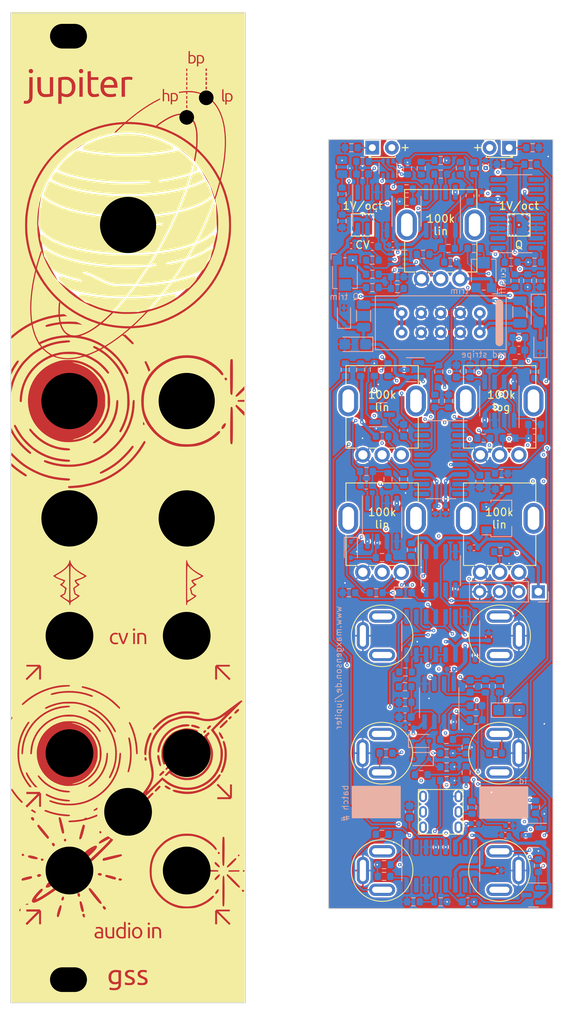
<source format=kicad_pcb>
(kicad_pcb (version 20221018) (generator pcbnew)
  (layers (0 "F.Cu" signal) (1 "In1.Cu" signal) (2 "In2.Cu" signal) (31 "B.Cu" signal) (34 "B.Paste" user) (35 "F.Paste" user) (36 "B.SilkS" user "B.Silkscreen") (37 "F.SilkS" user "F.Silkscreen") (38 "B.Mask" user) (39 "F.Mask" user) (44 "Edge.Cuts" user))
  (net 0 "")
  (net 1 "Net-(C1-Pad1)")
  (net 2 "Net-(C2-Pad1)")
  (net 3 "GND")
  (net 4 "Net-(C5-Pad1)")
  (net 5 "SWY2")
  (net 6 "Net-(C11-Pad1)")
  (net 7 "+12V")
  (net 8 "-12V")
  (net 9 "RES_CTRL")
  (net 10 "FREQ_CTRL")
  (net 11 "Net-(R3-Pad2)")
  (net 12 "Net-(R5-Pad2)")
  (net 13 "Net-(R6-Pad2)")
  (net 14 "Net-(R7-Pad2)")
  (net 15 "Net-(R11-Pad2)")
  (net 16 "Net-(R16-Pad1)")
  (net 17 "Net-(R19-Pad1)")
  (net 18 "Net-(R26-Pad1)")
  (net 19 "Net-(R31-Pad1)")
  (net 20 "Net-(R32-Pad1)")
  (net 21 "Net-(R39-Pad1)")
  (net 22 "OUT2A")
  (net 23 "SUM1")
  (net 24 "SWX1")
  (net 25 "Net-(R48-Pad1)")
  (net 26 "Net-(R55-Pad1)")
  (net 27 "Net-(R56-Pad1)")
  (net 28 "+5V")
  (net 29 "Net-(R68-Pad1)")
  (net 30 "OUT4")
  (net 31 "SUM2")
  (net 32 "OUT2B")
  (net 33 "Net-(U3A--)")
  (net 34 "Net-(Q1-C1)")
  (net 35 "Net-(Q4-S)")
  (net 36 "Net-(R2-Pad2)")
  (net 37 "Net-(R77-Pad1)")
  (net 38 "Net-(U3B--)")
  (net 39 "Net-(U3B-+)")
  (net 40 "Net-(Q2-C1)")
  (net 41 "Net-(Q3-G)")
  (net 42 "Net-(Q4-G)")
  (net 43 "Net-(Q6-S)")
  (net 44 "Net-(U4A--)")
  (net 45 "Net-(D5-K)")
  (net 46 "Net-(C10-+)")
  (net 47 "Net-(R1-Pad1)")
  (net 48 "Net-(C28-Pad1)")
  (net 49 "Net-(C29-Pad1)")
  (net 50 "Net-(U4B--)")
  (net 51 "Net-(Q5-G)")
  (net 52 "Net-(Q6-G)")
  (net 53 "Net-(U2A--)")
  (net 54 "Net-(U1A--)")
  (net 55 "Net-(U10-P3.3)")
  (net 56 "Net-(D1-K)")
  (net 57 "/Tx")
  (net 58 "Net-(D5-A)")
  (net 59 "Net-(D10-K)")
  (net 60 "Net-(D10-A)")
  (net 62 "Net-(J1-PadT)")
  (net 64 "Net-(J2-PadT)")
  (net 66 "Net-(J3-PadT)")
  (net 68 "Net-(J4-PadT)")
  (net 70 "Net-(J5-PadT)")
  (net 72 "Net-(J6-PadT)")
  (net 73 "Net-(P1-P1)")
  (net 74 "Net-(P1-P10)")
  (net 75 "Net-(Q1-E1)")
  (net 76 "Net-(Q1-B2)")
  (net 77 "Net-(Q2-E1)")
  (net 78 "Net-(Q2-B2)")
  (net 79 "Net-(Q3-S)")
  (net 80 "Net-(Q5-S)")
  (net 81 "Net-(R21-Pad2)")
  (net 82 "Net-(R28-Pad2)")
  (net 83 "Net-(U5A--)")
  (net 84 "Net-(U6A--)")
  (net 85 "Net-(U5B--)")
  (net 86 "Net-(U7B--)")
  (net 87 "Net-(U6B--)")
  (net 88 "Net-(U7A--)")
  (net 89 "Net-(U1B--)")
  (net 90 "Net-(U1B-+)")
  (net 97 "Net-(D2-K)")
  (net 98 "/Rx")
  (net 99 "Net-(R58-Pad2)")
  (net 100 "Net-(U10-P5.4)")
  (net 101 "Net-(U10-P5.5)")
  (net 102 "Net-(D3-K)")
  (net 103 "Net-(D3-A)")
  (footprint "Genson_Switches:SW_5.8x5.8mm" (layer "F.Cu") (at 27.94 99.06 90)
    (fp_text reference "SW1" hide)
    (fp_text value "SW_Push_DPDT")
  )
  (footprint "TestPoint:TestPoint_Pad_2.5x2.5mm" (layer "F.Cu") (at 38.1 22.86 -90)
    (fp_text reference "TP1" hide)
    (fp_text value "TEST_POINT")
  )
  (footprint "TestPoint:TestPoint_Pad_2.5x2.5mm" (layer "F.Cu") (at 17.78 22.86 90)
    (fp_text reference "TP2" hide)
    (fp_text value "TEST_POINT")
  )
  (footprint "Genson_Potentiometers:Potentiometer_RK09_RV09_Vertical" (layer "F.Cu") (at 27.94 22.86)
    (fp_text reference "VR1" hide)
    (fp_text value "100k")
  )
  (footprint "Genson_Potentiometers:Potentiometer_RK09_RV09_Vertical" (layer "F.Cu") (at 20.32 45.72)
    (fp_text reference "VR2" hide)
    (fp_text value "100k")
  )
  (footprint "Genson_Potentiometers:Potentiometer_RK09_RV09_Vertical" (layer "F.Cu") (at 20.32 60.96)
    (fp_text reference "VR3" hide)
    (fp_text value "100k")
  )
  (footprint "Genson_Potentiometers:Potentiometer_RK09_RV09_Vertical" (layer "F.Cu") (at 35.6 60.96)
    (fp_text reference "VR4" hide)
    (fp_text value "100k")
  )
  (footprint "Genson_Potentiometers:Potentiometer_RK09_RV09_Vertical" (layer "F.Cu") (at 35.6 45.72)
    (fp_text reference "VR6" hide)
    (fp_text value "100k")
  )
  (footprint "LED_THT:LED_D1.8mm_W3.3mm_H2.4mm" (layer "F.Cu") (at 19.045 12.827)
    (fp_text reference "D1" hide)
    (fp_text value "red")
  )
  (footprint "LED_THT:LED_D1.8mm_W3.3mm_H2.4mm" (layer "F.Cu") (at 36.835 12.827 180)
    (fp_text reference "D2" hide)
    (fp_text value "red")
  )
  (footprint "Genson_Jacks:Jack_3.5mm_PJ392_Vertical" (layer "F.Cu") (at 20.28 91.44 90)
    (fp_text reference "J1" hide)
    (fp_text value "Resonance CV")
  )
  (footprint "Genson_Jacks:Jack_3.5mm_PJ392_Vertical" (layer "F.Cu") (at 20.32 76.2 90)
    (fp_text reference "J2" hide)
    (fp_text value "Bipolar Freq CV")
  )
  (footprint "Genson_Jacks:Jack_3.5mm_PJ392_Vertical" (layer "F.Cu") (at 35.6 76.2 -90)
    (fp_text reference "J3" hide)
    (fp_text value "Unipolar Freq CV")
  )
  (footprint "Genson_Jacks:Jack_3.5mm_PJ392_Vertical" (layer "F.Cu") (at 35.56 106.68 -90)
    (fp_text reference "J4" hide)
    (fp_text value "Input2")
  )
  (footprint "Genson_Jacks:Jack_3.5mm_PJ392_Vertical" (layer "F.Cu") (at 20.32 106.68 90)
    (fp_text reference "J5" hide)
    (fp_text value "Input2")
  )
  (footprint "Genson_Jacks:Jack_3.5mm_PJ392_Vertical" (layer "F.Cu") (at 35.56 91.44 -90)
    (fp_text reference "J6" hide)
    (fp_text value "out")
  )
  (footprint "Genson_Drill_Holes:RK097_Drill_Hole_Panel" (layer "F.Cu") (at -20.32 45.72)
    (fp_text reference "REF**" hide)
    (fp_text value "RK097_Drill_Hole_Panel")
  )
  (footprint "Genson_Drill_Holes:6mm_cap_Drill_Hole_Panel" (layer "F.Cu") (at -12.7 99.06)
    (fp_text reference "REF**" hide)
    (fp_text value "6mm_cap_Drill_Hole_Panel")
  )
  (footprint "Genson_Drill_Holes:PJ392_Drill_Hole_Panel" (layer "F.Cu") (at -20.32 106.68)
    (fp_text reference "REF**" hide)
    (fp_text value "PJ392_Drill_Hole_Panel")
  )
  (footprint "Genson_Drill_Holes:LED_1.8mm_Drill_Hole_Panel" (layer "F.Cu") (at -5.08 8.89)
    (fp_text reference "REF**" hide)
    (fp_text value "LED_1.8mm_Drill_Hole_Panel" hide)
  )
  (footprint "Genson_Drill_Holes:RK097_Drill_Hole_Panel" (layer "F.Cu") (at -12.7 22.86)
    (fp_text reference "REF**" hide)
    (fp_text value "RK097_Drill_Hole_Panel")
  )
  (footprint "LOGO" (layer "F.Cu") (at 27.94 59.436)
    (fp_text reference "G***" hide)
    (fp_text value "LOGO" hide)
  )
  (footprint "Genson_Front_Panels:6HP_Front_Panel" (layer "F.Cu") (at -27.947 -4.651)
    (fp_text reference "REF**" hide)
    (fp_text value "6HP_Front_Panel")
    (fp_rect (start 0 0) (end 30.48 128.5) (stroke (width 0.12)) (fill none) (layer "Edge.Cuts"))
  )
  (footprint "Genson_Drill_Holes:RK097_Drill_Hole_Panel" (layer "F.Cu") (at -5.08 45.72)
    (fp_text reference "REF**" hide)
    (fp_text value "RK097_Drill_Hole_Panel")
  )
  (footprint "Genson_Drill_Holes:LED_1.8mm_Drill_Hole_Panel" (layer "F.Cu") (at -2.54 6.35)
    (fp_text reference "REF**" hide)
    (fp_text value "LED_1.8mm_Drill_Hole_Panel" hide)
  )
  (footprint "Genson_Drill_Holes:RK097_Drill_Hole_Panel" (layer "F.Cu") (at -5.08 60.96)
    (fp_text reference "REF**" hide)
    (fp_text value "RK097_Drill_Hole_Panel")
  )
  (footprint "Genson_Drill_Holes:PJ392_Drill_Hole_Panel" (layer "F.Cu") (at -20.32 76.2)
    (fp_text reference "REF**" hide)
    (fp_text value "PJ392_Drill_Hole_Panel")
  )
  (footprint "Genson_Drill_Holes:PJ392_Drill_Hole_Panel" (layer "F.Cu") (at -5.08 91.44)
    (fp_text reference "REF**" hide)
    (fp_text value "PJ392_Drill_Hole_Panel")
  )
  (footprint "Genson_Drill_Holes:PJ392_Drill_Hole_Panel" (layer "F.Cu") (at -20.32 91.44)
    (fp_text reference "REF**" hide)
    (fp_text value "PJ392_Drill_Hole_Panel")
  )
  (footprint "Genson_Drill_Holes:PJ392_Drill_Hole_Panel" (layer "F.Cu") (at -5.08 76.2)
    (fp_text reference "REF**" hide)
    (fp_text value "PJ392_Drill_Hole_Panel")
  )
  (footprint "LOGO" (layer "F.Cu") (at -12.7 59.504)
    (fp_text reference "G***")
    (fp_text value "LOGO" hide)
  )
  (footprint "Genson_Drill_Holes:RK097_Drill_Hole_Panel" (layer "F.Cu") (at -20.32 60.96)
    (fp_text reference "REF**" hide)
    (fp_text value "RK097_Drill_Hole_Panel")
  )
  (footprint "LOGO" (layer "F.Cu") (at -12.802 59.504)
    (fp_text reference "G***" hide)
    (fp_text value "LOGO" hide)
  )
  (footprint "Genson_Drill_Holes:PJ392_Drill_Hole_Panel" (layer "F.Cu") (at -5.08 106.68)
    (fp_text reference "REF**" hide)
    (fp_text value "PJ392_Drill_Hole_Panel")
  )
  (footprint "Capacitor_SMD:C_0603_1608Metric" (layer "B.Cu") (at 40.132 50.546 180)
    (fp_text reference "C1" hide)
    (fp_text value "22pF")
  )
  (footprint "Capacitor_SMD:C_0603_1608Metric" (layer "B.Cu") (at 19.05 25.654)
    (fp_text reference "C2" hide)
    (fp_text value "47pF")
  )
  (footprint "Capacitor_SMD:C_0603_1608Metric" (layer "B.Cu") (at 38.1 39.116 180)
    (fp_text reference "C3" hide)
    (fp_text value "4.7pF")
  )
  (footprint "Capacitor_SMD:C_0603_1608Metric" (layer "B.Cu") (at 29.972 41.847 90)
    (fp_text reference "C4" hide)
    (fp_text value "33pF")
  )
  (footprint "Capacitor_SMD:C_0603_1608Metric" (layer "B.Cu") (at 17.78 16.256)
    (fp_text reference "C5" hide)
    (fp_text value "47pF")
  )
  (footprint "Capacitor_SMD:C_0603_1608Metric" (layer "B.Cu") (at 32.512 85.281 180)
    (fp_text reference "C8" hide)
    (fp_text value "4.7pF")
  )
  (footprint "Capacitor_SMD:C_0603_1608Metric" (layer "B.Cu") (at 23.305 86.741 180)
    (fp_text reference "C9" hide)
    (fp_text value "33pF")
  )
  (footprint "Capacitor_SMD:C_0603_1608Metric" (layer "B.Cu") (at 31.75 82.754 90)
    (fp_text reference "C11" hide)
    (fp_text value "22pF")
  )
  (footprint "Capacitor_SMD:C_0402_1005Metric" (layer "B.Cu") (at 33.782 14.986 90)
    (fp_text reference "C12" hide)
    (fp_text value "100n")
  )
  (footprint "Capacitor_SMD:C_0402_1005Metric" (layer "B.Cu") (at 21.717 25.4)
    (fp_text reference "C13" hide)
    (fp_text value "100n")
  )
  (footprint "Capacitor_SMD:C_0402_1005Metric" (layer "B.Cu") (at 16.291 25.572)
    (fp_text reference "C19" hide)
    (fp_text value "100n")
  )
  (footprint "Capacitor_SMD:C_0402_1005Metric" (layer "B.Cu") (at 33.274 19.05 -90)
    (fp_text reference "C20" hide)
    (fp_text value "100n")
  )
  (footprint "Genson_Connectors:Eurorack_10Pin" (layer "B.Cu") (at 27.94 35.56 180)
    (fp_text reference "P1" hide)
    (fp_text value "CONN_02X05")
  )
  (footprint "Package_TO_SOT_SMD:SOT-23" (layer "B.Cu") (at 24.13 41.656 180)
    (fp_text reference "Q3" hide)
    (fp_text value "J112")
  )
  (footprint "Package_TO_SOT_SMD:SOT-23" (layer "B.Cu") (at 20.32 47.498)
    (fp_text reference "Q4" hide)
    (fp_text value "J112")
  )
  (footprint "Package_TO_SOT_SMD:SOT-23" (layer "B.Cu") (at 40.005 109.855 180)
    (fp_text reference "Q5" hide)
    (fp_text value "J112")
  )
  (footprint "Package_TO_SOT_SMD:SOT-23" (layer "B.Cu") (at 40.005 102.108 180)
    (fp_text reference "Q6" hide)
    (fp_text value "J112")
  )
  (footprint "Resistor_SMD:R_0603_1608Metric" (layer "B.Cu") (at 20.32 50.292 180)
    (fp_text reference "R1" hide)
    (fp_text value "10K")
  )
  (footprint "Resistor_SMD:R_0603_1608Metric" (layer "B.Cu") (at 23.114 55.88 90)
    (fp_text reference "R2" hide)
    (fp_text value "100k")
  )
  (footprint "Resistor_SMD:R_0603_1608Metric" (layer "B.Cu") (at 35.687 65.278 180)
    (fp_text reference "R3" hide)
    (fp_text value "100k")
  )
  (footprint "Resistor_SMD:R_0603_1608Metric" (layer "B.Cu") (at 20.828 91.44 180)
    (fp_text reference "R4" hide)
    (fp_text value "100k")
  )
  (footprint "Resistor_SMD:R_0603_1608Metric" (layer "B.Cu") (at 25.654 26.67 180)
    (fp_text reference "R5" hide)
    (fp_text value "200K")
  )
  (footprint "Resistor_SMD:R_0603_1608Metric" (layer "B.Cu") (at 32.258 25.908)
    (fp_text reference "R6" hide)
    (fp_text value "200K")
  )
  (footprint "Resistor_SMD:R_0603_1608Metric" (layer "B.Cu") (at 36.83 50.546 180)
    (fp_text reference "R7" hide)
    (fp_text value "100k")
  )
  (footprint "Resistor_SMD:R_0603_1608Metric" (layer "B.Cu") (at 20.32 101.981)
    (fp_text reference "R8" hide)
    (fp_text value "100k")
  )
  (footprint "Resistor_SMD:R_0603_1608Metric" (layer "B.Cu") (at 22.3 31.115)
    (fp_text reference "R9" hide)
    (fp_text value "110K")
  )
  (footprint "Resistor_SMD:R_0603_1608Metric" (layer "B.Cu") (at 29.21 27.686)
    (fp_text reference "R10" hide)
    (fp_text value "680K")
  )
  (footprint "Resistor_SMD:R_0603_1608Metric" (layer "B.Cu") (at 19.05 30.988 180)
    (fp_text reference "R11" hide)
    (fp_text value "1M")
  )
  (footprint "Resistor_SMD:R_0603_1608Metric" (layer "B.Cu") (at 22.3 29.591)
    (fp_text reference "R12" hide)
    (fp_text value "1k")
  )
  (footprint "Resistor_SMD:R_0603_1608Metric" (layer "B.Cu") (at 28.956 25.908 180)
    (fp_text reference "R13" hide)
    (fp_text value "47K")
  )
  (footprint "Resistor_SMD:R_0603_1608Metric" (layer "B.Cu") (at 40.132 48.768 180)
    (fp_text reference "R14" hide)
    (fp_text value "47K")
  )
  (footprint "Resistor_SMD:R_0603_1608Metric" (layer "B.Cu") (at 19.05 29.25 180)
    (fp_text reference "R15" hide)
    (fp_text value "150K")
  )
  (footprint "Resistor_SMD:R_0603_1608Metric" (layer "B.Cu") (at 32.258 15.494 -90)
    (fp_text reference "R16" hide)
    (fp_text value "4.7K")
  )
  (footprint "Resistor_SMD:R_0603_1608Metric" (layer "B.Cu") (at 23.622 15.494 -90)
    (fp_text reference "R17" hide)
    (fp_text value "5.6K")
  )
  (footprint "Resistor_SMD:R_0603_1608Metric" (layer "B.Cu") (at 34.29 40.894)
    (fp_text reference "R18" hide)
    (fp_text value "47K")
  )
  (footprint "Resistor_SMD:R_0603_1608Metric" (layer "B.Cu") (at 19.05 27.432)
    (fp_text reference "R20" hide)
    (fp_text value "1.5K")
  )
  (footprint "Resistor_SMD:R_0603_1608Metric" (layer "B.Cu") (at 23.495 19.812)
    (fp_text reference "R21" hide)
    (fp_text value "1M")
  )
  (footprint "Resistor_SMD:R_0603_1608Metric" (layer "B.Cu") (at 31.75 41.847 -90)
    (fp_text reference "R22" hide)
    (fp_text value "8.2K")
  )
  (footprint "Resistor_SMD:R_0603_1608Metric" (layer "B.Cu") (at 15.113 18.8435 -90)
    (fp_text reference "R23" hide)
    (fp_text value "1.8K")
  )
  (footprint "Resistor_SMD:R_0603_1608Metric" (layer "B.Cu") (at 38.1 37.465)
    (fp_text reference "R24" hide)
    (fp_text value "100k")
  )
  (footprint "Resistor_SMD:R_0603_1608Metric" (layer "B.Cu") (at 15.113 22.352 90)
    (fp_text reference "R25" hide)
    (fp_text value "820")
  )
  (footprint "Resistor_SMD:R_0603_1608Metric" (layer "B.Cu") (at 37.592 40.862 180)
    (fp_text reference "R26" hide)
    (fp_text value "100k")
  )
  (footprint "Resistor_SMD:R_0603_1608Metric" (layer "B.Cu") (at 17.78 14.605 180)
    (fp_text reference "R27" hide)
    (fp_text value "1.5K")
  )
  (footprint "Resistor_SMD:R_0603_1608Metric" (layer "B.Cu") (at 25.4 15.494 90)
    (fp_text reference "R28" hide)
    (fp_text value "1M")
  )
  (footprint "Resistor_SMD:R_0603_1608Metric" (layer "B.Cu") (at 40.132 41.91 90)
    (fp_text reference "R29" hide)
    (fp_text value "68K")
  )
  (footprint "Resistor_SMD:R_0603_1608Metric" (layer "B.Cu") (at 35.814 55.118 180)
    (fp_text reference "R30" hide)
    (fp_text value "560")
  )
  (footprint "Resistor_SMD:R_0603_1608Metric" (layer "B.Cu") (at 37.084 27.686)
    (fp_text reference "R31" hide)
    (fp_text value "18K")
  )
  (footprint "Resistor_SMD:R_0603_1608Metric" (layer "B.Cu") (at 33.528 50.546)
    (fp_text reference "R32" hide)
    (fp_text value "18K")
  )
  (footprint "Resistor_SMD:R_0603_1608Metric" (layer "B.Cu") (at 27.686 41.91 90)
    (fp_text reference "R33" hide)
    (fp_text value "33K")
  )
  (footprint "Resistor_SMD:R_0603_1608Metric" (layer "B.Cu") (at 37.592 30.099 -90)
    (fp_text reference "R34" hide)
    (fp_text value "33K")
  )
  (footprint "Resistor_SMD:R_0603_1608Metric" (layer "B.Cu") (at 39.243 30.099 -90)
    (fp_text reference "R35" hide)
    (fp_text value "68K")
  )
  (footprint "Resistor_SMD:R_0603_1608Metric" (layer "B.Cu") (at 40.894 30.099 90)
    (fp_text reference "R36" hide)
    (fp_text value "560")
  )
  (footprint "Resistor_SMD:R_0603_1608Metric" (layer "B.Cu") (at 27.178 45.72 90)
    (fp_text reference "R37" hide)
    (fp_text value "68K")
  )
  (footprint "Resistor_SMD:R_0603_1608Metric" (layer "B.Cu") (at 28.956 45.72 -90)
    (fp_text reference "R38" hide)
    (fp_text value "560")
  )
  (footprint "Resistor_SMD:R_0603_1608Metric" (layer "B.Cu") (at 21.082 41.656 90)
    (fp_text reference "R39" hide)
    (fp_text value "18K")
  )
  (footprint "Resistor_SMD:R_0603_1608Metric" (layer "B.Cu") (at 17.526 41.656 90)
    (fp_text reference "R40" hide)
    (fp_text value "33K")
  )
  (footprint "Resistor_SMD:R_0603_1608Metric" (layer "B.Cu") (at 15.526 41.656 90)
    (fp_text reference "R42" hide)
    (fp_text value "56K")
  )
  (footprint "Resistor_SMD:R_0603_1608Metric" (layer "B.Cu") (at 23.368 80.899 180)
    (fp_text reference "R43" hide)
    (fp_text value "56K")
  )
  (footprint "Resistor_SMD:R_0603_1608Metric" (layer "B.Cu") (at 23.305 82.804 180)
    (fp_text reference "R44" hide)
    (fp_text value "100k")
  )
  (footprint "Resistor_SMD:R_0603_1608Metric" (layer "B.Cu") (at 28.702 89.662)
    (fp_text reference "R45" hide)
    (fp_text value "100k")
  )
  (footprint "Resistor_SMD:R_0603_1608Metric" (layer "B.Cu") (at 23.305 84.836)
    (fp_text reference "R46" hide)
    (fp_text value "33K")
  )
  (footprint "Resistor_SMD:R_0603_1608Metric" (layer "B.Cu") (at 35.56 82.741 -90)
    (fp_text reference "R47" hide)
    (fp_text value "100k")
  )
  (footprint "Resistor_SMD:R_0603_1608Metric" (layer "B.Cu") (at 31.242 90.678 90)
    (fp_text reference "R48" hide)
    (fp_text value "100k")
  )
  (footprint "Resistor_SMD:R_0603_1608Metric" (layer "B.Cu") (at 28.702 93.218 180)
    (fp_text reference "R49" hide)
    (fp_text value "10K")
  )
  (footprint "Resistor_SMD:R_0603_1608Metric" (layer "B.Cu") (at 25.4 94.234 180)
    (fp_text reference "R50" hide)
    (fp_text value "47K")
  )
  (footprint "Resistor_SMD:R_0603_1608Metric" (layer "B.Cu") (at 33.75 82.741 90)
    (fp_text reference "R51" hide)
    (fp_text value "330K")
  )
  (footprint "Resistor_SMD:R_0603_1608Metric" (layer "B.Cu") (at 27.94 110.744)
    (fp_text reference "R52" hide)
    (fp_text value "68K")
  )
  (footprint "Resistor_SMD:R_0603_1608Metric" (layer "B.Cu") (at 24.384 110.744)
    (fp_text reference "R53" hide)
    (fp_text value "560")
  )
  (footprint "Resistor_SMD:R_0603_1608Metric" (layer "B.Cu") (at 35.052 91.44 180)
    (fp_text reference "R54" hide)
    (fp_text value "1k")
  )
  (footprint "Resistor_SMD:R_0603_1608Metric" (layer "B.Cu") (at 40.132 27.686 180)
    (fp_text reference "R55" hide)
    (fp_text value "18K")
  )
  (footprint "Resistor_SMD:R_0603_1608Metric" (layer "B.Cu") (at 20.574 107.442 180)
    (fp_text reference "R56" hide)
    (fp_text value "18K")
  )
  (footprint "Resistor_SMD:R_0603_1608Metric" (layer "B.Cu") (at 31.242 93.98 90)
    (fp_text reference "R57" hide)
    (fp_text value "33K")
  )
  (footprint "Resistor_SMD:R_0603_1608Metric" (layer "B.Cu") (at 39.624 14.986)
    (fp_text reference "R60" hide)
    (fp_text value "68K")
  )
  (footprint "Resistor_SMD:R_0603_1608Metric" (layer "B.Cu") (at 36.068 14.986)
    (fp_text reference "R62" hide)
    (fp_text value "560")
  )
  (footprint "Resistor_SMD:R_0603_1608Metric" (layer "B.Cu") (at 40.64 106.045 -90)
    (fp_text reference "R63" hide)
    (fp_text value "68K")
  )
  (footprint "Resistor_SMD:R_0603_1608Metric" (layer "B.Cu") (at 28.702 94.996 180)
    (fp_text reference "R65" hide)
    (fp_text value "560")
  )
  (footprint "Resistor_SMD:R_0603_1608Metric" (layer "B.Cu") (at 20.574 105.918 180)
    (fp_text reference "R68" hide)
    (fp_text value "18K")
  )
  (footprint "Resistor_SMD:R_0603_1608Metric" (layer "B.Cu") (at 40.259 98.425 -90)
    (fp_text reference "R69" hide)
    (fp_text value "33K")
  )
  (footprint "Resistor_SMD:R_0603_1608Metric" (layer "B.Cu") (at 32.512 87.122)
    (fp_text reference "R70" hide)
    (fp_text value "10K")
  )
  (footprint "Resistor_SMD:R_0603_1608Metric" (layer "B.Cu") (at 28.702 91.44)
    (fp_text reference "R71" hide)
    (fp_text value "10K")
  )
  (footprint "Resistor_SMD:R_0603_1608Metric" (layer "B.Cu") (at 19.304 41.643 90)
    (fp_text reference "R72" hide)
    (fp_text value "270K")
  )
  (footprint "Resistor_SMD:R_1206_3216Metric" (layer "B.Cu") (at 17.907 34.671 90)
    (fp_text reference "R66" hide)
    (fp_text value "PPTC")
  )
  (footprint "Resistor_SMD:R_1206_3216Metric" (layer "B.Cu") (at 38.227 34.163 -90)
    (fp_text reference "R67" hide)
    (fp_text value "PPTC")
  )
  (footprint "Capacitor_SMD:C_0603_1608Metric" (layer "B.Cu") (at 33.02 56.134 -90)
    (fp_text reference "C6" hide)
    (fp_text value "330pF")
  )
  (footprint "Capacitor_SMD:C_0603_1608Metric" (layer "B.Cu") (at 23.114 49.53 90)
    (fp_text reference "C7" hide)
    (fp_text value "330pF")
  )
  (footprint "Capacitor_SMD:C_0603_1608Metric" (layer "B.Cu") (at 31.496 110.744)
    (fp_text reference "C18" hide)
    (fp_text value "330pF")
  )
  (footprint "Capacitor_SMD:C_0603_1608Metric" (layer "B.Cu") (at 23.876 99.06 90)
    (fp_text reference "C25" hide)
    (fp_text value "330pF")
  )
  (footprint "Resistor_SMD:R_0805_2012Metric" (layer "B.Cu") (at 15.113 15.3435 90)
    (fp_text reference "R19" hide)
    (fp_text value "10K NTC")
  )
  (footprint "Package_SO:SOIC-16_3.9x9.9mm_P1.27mm" (layer "B.Cu") (at 27.94 53.34 180)
    (fp_text reference "U5" hide)
    (fp_text value "LM13700")
  )
  (footprint "Package_SO:SOIC-16_3.9x9.9mm_P1.27mm" (layer "B.Cu") (at 37.846 21.399)
    (fp_text reference "U6" hide)
    (fp_text value "LM13700")
  )
  (footprint "Package_SO:SOIC-16_3.9x9.9mm_P1.27mm" (layer "B.Cu") (at 27.94 106.107 -90)
    (fp_text reference "U7" hide)
    (fp_text value "LM13700")
  )
  (footprint "Package_SO:SOIC-16_3.9x9.9mm_P1.27mm" (layer "B.Cu") (at 27.94 76.2 90)
    (fp_text reference "U8" hide)
    (fp_text value "DG409")
  )
  (footprint "Diode_SMD:D_SOD-323" (layer "B.Cu") (at 25.366 89.853)
    (fp_text reference "D5" hide)
    (fp_text value "1N4148WS")
  )
  (footprint "Diode_SMD:D_SOD-323" (layer "B.Cu") (at 25.366 92.202 180)
    (fp_text reference "D6" hide)
    (fp_text value "1N4148WS")
  )
  (footprint "Diode_SMD:D_SOD-323" (layer "B.Cu") (at 15.367 34.671 90)
    (fp_text reference "D8" hide)
    (fp_text value "B5819WS")
  )
  (footprint "Diode_SMD:D_SOD-323" (layer "B.Cu") (at 40.894 38.481 90)
    (fp_text reference "D9" hide)
    (fp_text value "B5819WS")
  )
  (footprint "Capacitor_Tantalum_SMD:CP_EIA-3216-18_Kemet-A" (layer "B.Cu") (at 36.83 85.852)
    (fp_text reference "C10" hide)
    (fp_text value "10μF")
  )
  (footprint "Capacitor_Tantalum_SMD:CP_EIA-3216-18_Kemet-A" (layer "B.Cu") (at 16.811 38.354 180)
    (fp_text reference "C23" hide)
    (fp_text value "10μF")
  )
  (footprint "Capacitor_Tantalum_SMD:CP_EIA-3216-18_Kemet-A" (layer "B.Cu") (at 40.64 34.163 -90)
    (fp_text reference "C24" hide)
    (fp_text value "10μF")
  )
  (footprint "Diode_SMD:D_SOD-323" (layer "B.Cu") (at 16.256 65.024 -90)
    (fp_text reference "D10" hide)
    (fp_text value "1N4148WS")
  )
  (footprint "Resistor_SMD:R_0603_1608Metric" (layer "B.Cu") (at 18.288 54.864)
    (fp_text reference "R73" hide)
    (fp_text value "100k")
  )
  (footprint "Resistor_SMD:R_0603_1608Metric" (layer "B.Cu") (at 20.32 66.04)
    (fp_text reference "R74" hide)
    (fp_text value "100k")
  )
  (footprint "Resistor_SMD:R_0603_1608Metric" (layer "B.Cu") (at 21.082 55.88 90)
    (fp_text reference "R75" hide)
    (fp_text value "100k")
  )
  (footprint "Resistor_SMD:R_0603_1608Metric" (layer "B.Cu") (at 19.558 70.612)
    (fp_text reference "R76" hide)
    (fp_text value "100k")
  )
  (footprint "Resistor_SMD:R_0603_1608Metric" (layer "B.Cu") (at 27.94 16.256 180)
    (fp_text reference "R77" hide)
    (fp_text value "100k")
  )
  (footprint "Resistor_SMD:R_0603_1608Metric" (layer "B.Cu") (at 30.48 15.494 90)
    (fp_text reference "R78" hide)
    (fp_text value "100k")
  )
  (footprint "Package_SO:SOIC-8_3.9x4.9mm_P1.27mm" (layer "B.Cu") (at 27.94 21.082 90)
    (fp_text reference "U1" hide)
    (fp_text value "TL072")
  )
  (footprint "Package_SO:SOIC-8_3.9x4.9mm_P1.27mm" (layer "B.Cu") (at 20.32 61.468 -90)
    (fp_text reference "U2" hide)
    (fp_text value "TL072")
  )
  (footprint "Package_SO:SOIC-8_3.9x4.9mm_P1.27mm" (layer "B.Cu") (at 35.56 45.72 90)
    (fp_text reference "U3" hide)
    (fp_text value "TL072")
  )
  (footprint "Package_SO:SOIC-8_3.9x4.9mm_P1.27mm" (layer "B.Cu") (at 27.74 84.901 90)
    (fp_text reference "U4" hide)
    (fp_text value "TL072")
  )
  (footprint "Package_SO:SOIC-8_3.9x4.9mm_P1.27mm" (layer "B.Cu") (at 19.05 21.082 -90)
    (fp_text reference "U12" hide)
    (fp_text value "TL072")
  )
  (footprint "Potentiometer_SMD:Potentiometer_Bourns_TC33X_Vertical" (layer "B.Cu") (at 33.528 29.21 90)
    (fp_text reference "VR5" hide)
    (fp_text value "100K")
  )
  (footprint "Potentiometer_SMD:Potentiometer_Bourns_TC33X_Vertical" (layer "B.Cu") (at 15.494 29.21 -90)
    (fp_text reference "VR7" hide)
    (fp_text value "100K")
  )
  (footprint "Package_TO_SOT_SMD:SOT-363_SC-70-6" (layer "B.Cu") (at 22.352 27.305 180)
    (fp_text reference "Q1" hide)
    (fp_text value "BCM857BS")
  )
  (footprint "Package_TO_SOT_SMD:SOT-363_SC-70-6" (layer "B.Cu") (at 21.082 15.494 90)
    (fp_text reference "Q2" hide)
    (fp_text value "BCM857BS")
  )
  (footprint "Capacitor_SMD:C_0603_1608Metric" (layer "B.Cu") (at 18.288 56.642)
    (fp_text reference "C28" hide)
    (fp_text value "22pF")
  )
  (footprint "Capacitor_SMD:C_0603_1608Metric" (layer "B.Cu") (at 31.75 19.05 90)
    (fp_text reference "C29" hide)
    (fp_text value "22pF")
  )
  (footprint "Capacitor_SMD:C_0402_1005Metric" (layer "B.Cu") (at 35.306 106.68)
    (fp_text reference "C31" hide)
    (fp_text value "100n")
  )
  (footprint "Capacitor_SMD:C_0402_1005Metric" (layer "B.Cu") (at 29.21 80.518 180)
    (fp_text reference "C16" hide)
    (fp_text value "100n")
  )
  (footprint "Capacitor_SMD:C_0402_1005Metric" (layer "B.Cu") (at 34.163 76.327 -90)
    (fp_text reference "C17" hide)
    (fp_text value "100n")
  )
  (footprint "Capacitor_SMD:C_0402_1005Metric" (layer "B.Cu") (at 32.258 64.77 180)
    (fp_text reference "C22" hide)
    (fp_text value "100n")
  )
  (footprint "Connector_PinHeader_2.54mm:PinHeader_1x04_P2.54mm_Vertical" (layer "B.Cu") (at 40.63 70.485 90)
    (fp_text reference "J7" hide)
    (fp_text value "prog")
  )
  (footprint "Capacitor_SMD:C_0402_1005Metric" (layer "B.Cu") (at 36.322 102.108 180)
    (fp_text reference "C26" hide)
    (fp_text value "100n")
  )
  (footprint "Resistor_SMD:R_0603_1608Metric" (layer "B.Cu") (at 27.94 14.478)
    (fp_text reference "R80" hide)
    (fp_text value "470k")
  )
  (footprint "Resistor_SMD:R_0603_1608Metric" (layer "B.Cu") (at 24.13 65.024 -90)
    (fp_text reference "R41" hide)
    (fp_text value "100k")
  )
  (footprint "Diode_SMD:D_0603_1608Metric" (layer "B.Cu") (at 23.368 70.612)
    (fp_text reference "D3" hide)
    (fp_text value "debug led")
  )
  (footprint "Package_SO:SOIC-8_3.9x4.9mm_P1.27mm" (layer "B.Cu") (at 27.94 67.753 -90)
    (fp_text reference "U10" hide)
    (fp_text value "STC8G1K08-36I")
  )
  (footprint "Capacitor_SMD:C_0603_1608Metric" (layer "B.Cu") (at 35.814 57.15 180)
    (fp_text reference "C21" hide)
    (fp_text value "330n")
  )
  (footprint "Capacitor_SMD:C_0402_1005Metric" (layer "B.Cu") (at 36.83 100.838)
    (fp_text reference "C30" hide)
    (fp_text value "100n")
  )
  (footprint "Resistor_SMD:R_0603_1608Metric" (layer "B.Cu") (at 16.32 12.827 180)
    (fp_text reference "R59" hide)
    (fp_text value "330")
  )
  (footprint "Resistor_SMD:R_0603_1608Metric" (layer "B.Cu") (at 23.495 18.161 180)
    (fp_text reference "R79" hide)
    (fp_text value "470k")
  )
  (footprint "Capacitor_SMD:C_0402_1005Metric" (layer "B.Cu") (at 27.24 59.845 -90)
    (fp_text reference "C14" hide)
    (fp_text value "100n")
  )
  (footprint "Resistor_SMD:R_0603_1608Metric" (layer "B.Cu") (at 39.878 12.827)
    (fp_text reference "R61" hide)
    (fp_text value "330")
  )
  (footprint "Resistor_SMD:R_0603_1608Metric" (layer "B.Cu") (at 16.002 70.612 180)
    (fp_text reference "R64" hide)
    (fp_text value "1k")
  )
  (footprint "Capacitor_SMD:C_0402_1005Metric" (layer "B.Cu") (at 23.876 88.138)
    (fp_text reference "C27" hide)
    (fp_text value "100n")
  )
  (footprint "Capacitor_SMD:C_0402_1005Metric" (layer "B.Cu") (at 28.575 59.845 90)
    (fp_text reference "C15" hide)
    (fp_text value "100n")
  )
  (footprint "Package_TO_SOT_SMD:SOT-89-3" (layer "B.Cu") (at 35.814 60.96)
    (fp_text reference "U9" hide)
    (fp_text value "L78L05")
  )
  (footprint "Capacitor_SMD:C_0402_1005Metric" (layer "B.Cu") (at 32.385 100.584 180)
    (fp_text reference "C32" hide)
    (fp_text value "100n")
  )
  (footprint "Resistor_SMD:R_0603_1608Metric" (layer "B.Cu") (at 32.004 98.488 -90)
    (fp_text reference "R58" hide)
    (fp_text value "1k")
  )
  (gr_rect (start 16.4465 95.758) (end 22.6695 99.822) (stroke (width 0.15)) (fill solid) (layer "B.SilkS"))
  (gr_rect (start 33.02 95.8215) (end 39.243 99.8855) (stroke (width 0.15)) (fill solid) (layer "B.SilkS"))
  (gr_rect (start 13.335 11.748049) (end 42.545 111.633) (stroke (width 0.1)) (fill none) (layer "Edge.Cuts"))
  (gr_text "trim" (at 31.623 31.877) (layer "B.SilkS") (effects (font (size 0.8 0.8) (thickness 0.1)) (justify left bottom mirror)))
  (gr_text "www.maxgenson.de/jupiter" (at 15.113 72.263 90) (layer "B.SilkS") (effects (font (size 0.8 0.8) (thickness 0.1)) (justify left bottom mirror)))
  (gr_text "Q trim" (at 17.399 32.639) (layer "B.SilkS") (effects (font (size 0.8 0.8) (thickness 0.1)) (justify left bottom mirror)))
  (gr_text "batch #" (at 16.002 95.504 90) (layer "B.SilkS") (effects (font (size 0.8 0.8) (thickness 0.1)) (justify left bottom mirror)))
  (gr_text "red stripe" (at 36.576 40.132) (layer "B.SilkS") (effects (font (size 0.8 0.8) (thickness 0.1)) (justify left bottom mirror)))
  (gr_text "id" (at 39.243 95.504) (layer "B.SilkS") (effects (font (size 0.8 0.8) (thickness 0.1)) (justify left bottom mirror)))
  (gr_text "cutoff" (at 36.449 28.321 90) (layer "B.SilkS") (effects (font (size 0.8 0.8) (thickness 0.1)) (justify left bottom mirror)))
  (gr_text "100k\nlog" (at 35.814 45.72) (layer "F.SilkS") (effects (font (size 1 1))))
  (gr_text "+" (at 32.004 13.335) (layer "F.SilkS") (effects (font (size 1 1)) (justify left bottom)))
  (gr_text "100k\nlin" (at 35.56 60.96) (layer "F.SilkS") (effects (font (size 1 1))))
  (gr_text "100k\nlin" (at 20.32 60.96) (layer "F.SilkS") (effects (font (size 1 1))))
  (gr_text "1V/oct" (at 38.1 20.955) (layer "F.SilkS") (effects (font (size 1 1)) (justify bottom)))
  (gr_text "CV" (at 17.78 26.035) (layer "F.SilkS") (effects (font (size 1 1)) (justify bottom)))
  (gr_text "1V/oct" (at 17.78 20.955) (layer "F.SilkS") (effects (font (size 1 1)) (justify bottom)))
  (gr_text "Q" (at 38.1 26.035) (layer "F.SilkS") (effects (font (size 1 1)) (justify bottom)))
  (gr_text "100k\nlin" (at 20.32 45.72) (layer "F.SilkS") (effects (font (size 1 1))))
  (gr_text "+" (at 22.606 13.335) (layer "F.SilkS") (effects (font (size 1 1)) (justify left bottom)))
  (gr_text "100k\nlin" (at 27.94 22.86) (layer "F.SilkS") (effects (font (size 1 1))))
  (via (at 35.814 40.005) (size 0.45) (drill 0.2) (layers "F.Cu" "B.Cu") (net 1))
  (via (at 35.814 44.831) (size 0.45) (drill 0.2) (layers "F.Cu" "B.Cu") (net 1))
  (via (at 35.814 30.3995) (size 0.45) (drill 0.2) (layers "F.Cu" "B.Cu") (net 1))
  (segment (start 35.814 30.3995) (end 36.3385 30.924) (width 0.2) (layer "B.Cu") (net 1))
  (segment (start 36.3385 30.924) (end 37.592 30.924) (width 0.2) (layer "B.Cu") (net 1))
  (segment (start 40.494648 48.768) (end 39.719648 47.993) (width 0.2) (layer "B.Cu") (net 1))
  (segment (start 40.957 48.768) (end 40.957 50.496) (width 0.2) (layer "B.Cu") (net 1))
  (segment (start 35.115 40.704) (end 35.814 40.005) (width 0.2) (layer "B.Cu") (net 1))
  (segment (start 40.957 50.496) (end 40.907 50.546) (width 0.2) (layer "B.Cu") (net 1))
  (segment (start 36.165448 44.831) (end 35.814 44.831) (width 0.2) (layer "B.Cu") (net 1))
  (segment (start 35.115 40.894) (end 35.115 40.704) (width 0.2) (layer "B.Cu") (net 1))
  (segment (start 39.719648 47.993) (end 37.667 47.993) (width 0.2) (layer "B.Cu") (net 1))
  (segment (start 40.957 48.768) (end 40.494648 48.768) (width 0.2) (layer "B.Cu") (net 1))
  (segment (start 37.465 46.130552) (end 36.165448 44.831) (width 0.2) (layer "B.Cu") (net 1))
  (segment (start 37.465 48.195) (end 37.465 46.130552) (width 0.2) (layer "B.Cu") (net 1))
  (segment (start 37.667 47.993) (end 37.465 48.195) (width 0.2) (layer "B.Cu") (net 1))
  (segment (start 18.796 25.908) (end 18.529 25.908) (width 0.2) (layer "B.Cu") (net 2))
  (segment (start 18.529 25.908) (end 18.275 25.654) (width 0.2) (layer "B.Cu") (net 2))
  (segment (start 19.875 27.432) (end 19.875 26.987) (width 0.2) (layer "B.Cu") (net 2))
  (segment (start 19.875 26.987) (end 18.796 25.908) (width 0.2) (layer "B.Cu") (net 2))
  (segment (start 18.415 23.557) (end 18.415 25.514) (width 0.2) (layer "B.Cu") (net 2))
  (segment (start 18.415 25.514) (end 18.275 25.654) (width 0.2) (layer "B.Cu") (net 2))
  (via (at 30.734 88.392) (size 0.45) (drill 0.2) (layers "F.Cu" "B.Cu") (net 3))
  (via (at 40.64 104.14) (size 0.45) (drill 0.2) (layers "F.Cu" "B.Cu") (net 3))
  (via (at 29.718 94.996) (size 0.45) (drill 0.2) (layers "F.Cu" "B.Cu") (net 3))
  (via (at 24.892 76.962) (size 0.45) (drill 0.2) (layers "F.Cu" "B.Cu") (net 3))
  (via (at 26.67 45.72) (size 0.45) (drill 0.2) (layers "F.Cu" "B.Cu") (net 3))
  (via (at 25.4 67.31) (size 0.45) (drill 0.2) (layers "F.Cu" "B.Cu") (net 3))
  (via (at 36.068 29.21) (size 0.45) (drill 0.2) (layers "F.Cu" "B.Cu") (net 3))
  (via (at 26.416 84.328) (size 0.45) (drill 0.2) (layers "F.Cu" "B.Cu") (net 3))
  (via (at 17.018 65.278) (size 0.45) (drill 0.2) (layers "F.Cu" "B.Cu") (net 3))
  (via (at 41.402 99.314) (size 0.45) (drill 0.2) (layers "F.Cu" "B.Cu") (net 3))
  (via (at 41.402 87.63) (size 0.45) (drill 0.2) (layers "F.Cu" "B.Cu") (net 3))
  (via (at 19.8285 43.561) (size 0.45) (drill 0.2) (layers "F.Cu" "B.Cu") (net 3))
  (via (at 36.83 66.802) (size 0.45) (drill 0.2) (layers "F.Cu" "B.Cu") (net 3))
  (via (at 17.78 50.546) (size 0.45) (drill 0.2) (layers "F.Cu" "B.Cu") (net 3))
  (via (at 17.78 15.24) (size 0.45) (drill 0.2) (layers "F.Cu" "B.Cu") (net 3))
  (via (at 41.91 13.97) (size 0.45) (drill 0.2) (layers "F.Cu" "B.Cu") (net 3))
  (via (at 16.129 15.494) (size 0.45) (drill 0.2) (layers "F.Cu" "B.Cu") (net 3))
  (via (at 19.558 21.082) (size 0.45) (drill 0.2) (layers "F.Cu" "B.Cu") (net 3))
  (via (at 19.558 49.276) (size 0.45) (drill 0.2) (layers "F.Cu" "B.Cu") (net 3))
  (via (at 32.258 110.744) (size 0.45) (drill 0.2) (layers "F.Cu" "B.Cu") (net 3))
  (via (at 34.544 96.52) (size 0.45) (drill 0.2) (layers "F.Cu" "B.Cu") (net 3))
  (via (at 23.368 57.658) (size 0.45) (drill 0.2) (layers "F.Cu" "B.Cu") (net 3))
  (via (at 29.718 93.218) (size 0.45) (drill 0.2) (layers "F.Cu" "B.Cu") (net 3))
  (via (at 15.494 69.342) (size 0.45) (drill 0.2) (layers "F.Cu" "B.Cu") (net 3))
  (via (at 21.844 102.997) (size 0.45) (drill 0.2) (layers "F.Cu" "B.Cu") (net 3))
  (via (at 32.004 90.678) (size 0.45) (drill 0.2) (layers "F.Cu" "B.Cu") (net 3))
  (via (at 18.288 20.32) (size 0.45) (drill 0.2) (layers "F.Cu" "B.Cu") (net 3))
  (via (at 26.162 21.844) (size 0.45) (drill 0.2) (layers "F.Cu" "B.Cu") (net 3))
  (segment (start 35.179 48.449) (end 34.925 48.195) (width 0.2) (layer "B.Cu") (net 3))
  (segment (start 20.458628 15.494) (end 20.066 15.494) (width 0.2) (layer "B.Cu") (net 3))
  (segment (start 21.082 16.117372) (end 20.458628 15.494) (width 0.2) (layer "B.Cu") (net 3))
  (segment (start 20.066 15.494) (end 19.685 15.875) (width 0.2) (layer "B.Cu") (net 3))
  (segment (start 19.685 15.875) (end 19.685 18.607) (width 0.2) (layer "B.Cu") (net 3))
  (segment (start 21.082 16.444) (end 21.082 16.117372) (width 0.2) (layer "B.Cu") (net 3))
  (segment (start 33.274 52.705) (end 33.757769 52.705) (width 0.2) (layer "B.Cu") (net 3))
  (segment (start 35.179 51.283769) (end 35.179 48.449) (width 0.2) (layer "B.Cu") (net 3))
  (segment (start 33.757769 52.705) (end 35.179 51.283769) (width 0.2) (layer "B.Cu") (net 3))
  (segment (start 16.955 14.605) (end 16.955 16.206) (width 0.2) (layer "B.Cu") (net 4))
  (segment (start 17.145 18.607) (end 17.145 16.396) (width 0.2) (layer "B.Cu") (net 4))
  (segment (start 17.145 16.396) (end 17.005 16.256) (width 0.2) (layer "B.Cu") (net 4))
  (segment (start 16.955 16.206) (end 17.005 16.256) (width 0.2) (layer "B.Cu") (net 4))
  (via (at 21.336 85.471) (size 0.45) (drill 0.2) (layers "F.Cu" "B.Cu") (net 5))
  (via (at 38.18 85.852) (size 0.45) (drill 0.2) (layers "F.Cu" "B.Cu") (net 5))
  (segment (start 23.495 73.725) (end 22.46 74.76) (width 0.2) (layer "B.Cu") (net 5))
  (segment (start 22.46 74.76) (end 22.46 79.794352) (width 0.2) (layer "B.Cu") (net 5))
  (segment (start 21.336 80.918352) (end 21.336 85.471) (width 0.2) (layer "B.Cu") (net 5))
  (segment (start 22.46 79.794352) (end 21.336 80.918352) (width 0.2) (layer "B.Cu") (net 5))
  (segment (start 31.75 83.529) (end 31.524 83.755) (width 0.2) (layer "B.Cu") (net 6))
  (segment (start 33.274 88.392) (end 33.274 90.487) (width 0.2) (layer "B.Cu") (net 6))
  (segment (start 31.524 83.755) (end 28.729001 83.755) (width 0.2) (layer "B.Cu") (net 6))
  (segment (start 28.375 83.400999) (end 28.375 82.426) (width 0.2) (layer "B.Cu") (net 6))
  (segment (start 28.729001 83.755) (end 28.375 83.400999) (width 0.2) (layer "B.Cu") (net 6))
  (segment (start 33.274 90.487) (end 34.227 91.44) (width 0.2) (layer "B.Cu") (net 6))
  (segment (start 33.75 83.566) (end 34.037 83.853) (width 0.2) (layer "B.Cu") (net 6))
  (segment (start 33.713 83.529) (end 33.75 83.566) (width 0.2) (layer "B.Cu") (net 6))
  (segment (start 34.037 83.853) (end 34.037 87.629) (width 0.2) (layer "B.Cu") (net 6))
  (segment (start 31.75 83.529) (end 33.713 83.529) (width 0.2) (layer "B.Cu") (net 6))
  (segment (start 34.037 87.629) (end 33.274 88.392) (width 0.2) (layer "B.Cu") (net 6))
  (via (at 18.415 63.943) (size 0.45) (drill 0.2) (layers "F.Cu" "B.Cu") (net 7))
  (via (at 37.338 43.18) (size 0.45) (drill 0.2) (layers "F.Cu" "B.Cu") (net 7))
  (via (at 27.686 80.518) (size 0.45) (drill 0.2) (layers "F.Cu" "B.Cu") (net 7))
  (via (at 27.432 56.134) (size 0.45) (drill 0.2) (layers "F.Cu" "B.Cu") (net 7))
  (via (at 33.864 59.46) (size 0.45) (drill 0.2) (layers "F.Cu" "B.Cu") (net 7))
  (via (at 29.845 18.607) (size 0.45) (drill 0.2) (layers "F.Cu" "B.Cu") (net 7))
  (via (at 33.782 15.466) (size 0.45) (drill 0.2) (layers "F.Cu" "B.Cu") (net 7))
  (via (at 28.6315 101.854) (size 0.45) (drill 0.2) (layers "F.Cu" "B.Cu") (net 7))
  (via (at 31.115 77.4855) (size 0.45) (drill 0.2) (layers "F.Cu" "B.Cu") (net 7))
  (via (at 34.059317 18.774841) (size 0.45) (drill 0.2) (layers "F.Cu" "B.Cu") (net 7))
  (via (at 36.957 32.004) (size 0.45) (drill 0.2) (layers "F.Cu" "B.Cu") (net 7))
  (via (at 32.004 102.108) (size 0.45) (drill 0.2) (layers "F.Cu" "B.Cu") (net 7))
  (via (at 27.686 63.246) (size 0.45) (drill 0.2) (layers "F.Cu" "B.Cu") (net 7))
  (via (at 38.862 18.542) (size 0.45) (drill 0.2) (layers "F.Cu" "B.Cu") (net 7))
  (via (at 29.972 27.3485) (size 0.45) (drill 0.2) (layers "F.Cu" "B.Cu") (net 7))
  (via (at 31.115 76.073) (size 0.45) (drill 0.2) (layers "F.Cu" "B.Cu") (net 7))
  (via (at 27.686 59.365) (size 0.45) (drill 0.2) (layers "F.Cu" "B.Cu") (net 7))
  (via (at 25.654 43.18) (size 0.45) (drill 0.2) (layers "F.Cu" "B.Cu") (net 7))
  (via (at 29.69 80.518) (size 0.45) (drill 0.2) (layers "F.Cu" "B.Cu") (net 7))
  (segment (start 31.115 76.073) (end 29.845 74.803) (width 0.4) (layer "B.Cu") (net 7))
  (segment (start 15.811 25.572) (end 15.811 24.891) (width 0.4) (layer "B.Cu") (net 7))
  (segment (start 26.543 55.245) (end 25.465 55.245) (width 0.4) (layer "B.Cu") (net 7))
  (segment (start 30.035 27.4115) (end 29.972 27.3485) (width 0.4) (layer "B.Cu") (net 7))
  (segment (start 25.08 42.606) (end 25.654 43.18) (width 0.4) (layer "B.Cu") (net 7))
  (segment (start 17.907 36.1335) (end 17.907 38.1) (width 0.4) (layer "B.Cu") (net 7))
  (segment (start 33.302 106.68) (end 32.824 106.202) (width 0.4) (layer "B.Cu") (net 7))
  (segment (start 36.802 102.108) (end 36.802 102.151894) (width 0.4) (layer "B.Cu") (net 7))
  (segment (start 31.115 77.4855) (end 31.115 79.649999) (width 0.4) (layer "B.Cu") (net 7))
  (segment (start 40.8765 103.124) (end 40.9425 103.058) (width 0.4) (layer "B.Cu") (net 7))
  (segment (start 36.802 102.417999) (end 36.347999 102.872) (width 0.4) (layer "B.Cu") (net 7))
  (segment (start 37.403 43.245) (end 37.338 43.18) (width 0.4) (layer "B.Cu") (net 7))
  (segment (start 36.802 102.151894) (end 37.774106 103.124) (width 0.4) (layer "B.Cu") (net 7))
  (segment (start 30.442 106.202) (end 29.845 106.799) (width 0.4) (layer "B.Cu") (net 7))
  (segment (start 14.24 27.664) (end 14.494 27.41) (width 0.4) (layer "B.Cu") (net 7))
  (segment (start 41.954 104.0695) (end 41.954 108.320658) (width 0.4) (layer "B.Cu") (net 7))
  (segment (start 14.24 34.594) (end 14.24 27.664) (width 0.4) (layer "B.Cu") (net 7))
  (segment (start 19.3825 46.548) (end 20 46.548) (width 0.4) (layer "B.Cu") (net 7))
  (segment (start 23.106 42.41) (end 22.350658 42.41) (width 0.4) (layer "B.Cu") (net 7))
  (segment (start 27.432 56.134) (end 27.432 59.173) (width 0.4) (layer "B.Cu") (net 7))
  (segment (start 15.7795 36.1335) (end 15.367 35.721) (width 0.4) (layer "B.Cu") (net 7))
  (segment (start 14.494 27.41) (end 14.494 26.889) (width 0.4) (layer "B.Cu") (net 7))
  (segment (start 22.011 41.241658) (end 22.011 40.299) (width 0.4) (layer "B.Cu") (net 7))
  (segment (start 20 45.968748) (end 21.943748 44.025) (width 0.4) (layer "B.Cu") (net 7))
  (segment (start 17.907 38.1) (end 18.161 38.354) (width 0.4) (layer "B.Cu") (net 7))
  (segment (start 25.0675 42.606) (end 23.302 42.606) (width 0.4) (layer "B.Cu") (net 7))
  (segment (start 34.528 31.01) (end 34.528 30.01) (width 0.4) (layer "B.Cu") (net 7))
  (segment (start 30.44 28.091) (end 30.035 27.686) (width 0.4) (layer "B.Cu") (net 7))
  (segment (start 30.035 27.686) (end 30.035 27.4115) (width 0.4) (layer "B.Cu") (net 7))
  (segment (start 17.907 36.1335) (end 15.7795 36.1335) (width 0.4) (layer "B.Cu") (net 7))
  (segment (start 34.826 106.68) (end 33.302 106.68) (width 0.4) (layer "B.Cu") (net 7))
  (segment (start 29.972 27.623) (end 30.035 27.686) (width 0.4) (layer "B.Cu") (net 7))
  (segment (start 20 46.548) (end 20 45.968748) (width 0.4) (layer "B.Cu") (net 7))
  (segment (start 33.864 59.46) (end 34.279 59.46) (width 0.4) (layer "B.Cu") (net 7))
  (segment (start 22.011 40.299) (end 20.066 38.354) (width 0.4) (layer "B.Cu") (net 7))
  (segment (start 29.645 82.426) (end 29.645 80.563) (width 0.4) (layer "B.Cu") (net 7))
  (segment (start 40.9425 103.058) (end 41.954 104.0695) (width 0.4) (layer "B.Cu") (net 7))
  (segment (start 25.0675 42.606) (end 25.08 42.606) (width 0.4) (layer "B.Cu") (net 7))
  (segment (start 41.954 108.320658) (end 42.134 108.500658) (width 0.4) (layer "B.Cu") (net 7))
  (segment (start 34.528 30.01) (end 34.3672 29.8492) (width 0.4) (layer "B.Cu") (net 7))
  (segment (start 38.862 19.009999) (end 38.862 18.542) (width 0.4) (layer "B.Cu") (net 7))
  (segment (start 37.465 43.245) (end 37.403 43.245) (width 0.4) (layer "B.Cu") (net 7))
  (segment (start 36.802 102.108) (end 36.802 102.417999) (width 0.4) (layer "B.Cu") (net 7))
  (segment (start 31.115 79.649999) (end 30.246999 80.518) (width 0.4) (layer "B.Cu") (net 7))
  (segment (start 27.24 59.365) (end 27.686 59.365) (width 0.4) (layer "B.Cu") (net 7))
  (segment (start 22.001 42.060342) (end 22.001 41.251658) (width 0.4) (layer "B.Cu") (net 7))
  (segment (start 22.350658 42.41) (end 22.001 42.060342) (width 0.4) (layer "B.Cu") (net 7))
  (segment (start 36.957 32.004) (end 35.522 32.004) (width 0.4) (layer "B.Cu") (net 7))
  (segment (start 29.845 106.799) (end 29.845 107.631) (width 0.4) (layer "B.Cu") (net 7))
  (segment (start 22.001 41.251658) (end 22.011 41.241658) (width 0.4) (layer "B.Cu") (net 7))
  (segment (start 35.522 32.004) (end 34.528 31.01) (width 0.4) (layer "B.Cu") (net 7))
  (segment (start 33.458342 102.872) (end 34.034 102.872) (width 0.4) (layer "B.Cu") (net 7))
  (segment (start 32.824 106.202) (end 30.442 106.202) (width 0.4) (layer "B.Cu") (net 7))
  (segment (start 29.972 27.3485) (end 29.972 27.623) (width 0.4) (layer "B.Cu") (net 7))
  (segment (start 15.811 24.891) (end 17.145 23.557) (width 0.4) (layer "B.Cu") (net 7))
  (segment (start 33.274 105.752) (end 32.824 106.202) (width 0.4) (layer "B.Cu") (net 7))
  (segment (start 15.367 35.721) (end 14.24 34.594) (width 0.4) (layer "B.Cu") (net 7))
  (segment (start 30.246999 80.518) (end 29.69 80.518) (width 0.4) (layer "B.Cu") (net 7))
  (segment (start 34.279 59.46) (end 36.589 57.15) (width 0.4) (layer "B.Cu") (net 7))
  (segment (start 37.774106 103.124) (end 40.8765 103.124) (width 0.4) (layer "B.Cu") (net 7))
  (segment (start 39.346001 19.494) (end 38.862 19.009999) (width 0.4) (layer "B.Cu") (net 7))
  (segment (start 27.432 59.173) (end 27.24 59.365) (width 0.4) (layer "B.Cu") (net 7))
  (segment (start 23.942 42.606) (end 25.0675 42.606) (width 0.4) (layer "B.Cu") (net 7))
  (segment (start 14.494 26.889) (end 15.811 25.572) (width 0.4) (layer "B.Cu") (net 7))
  (segment (start 29.845 74.803) (end 29.845 73.725) (width 0.4) (layer "B.Cu") (net 7))
  (segment (start 23.302 42.606) (end 23.106 42.41) (width 0.4) (layer "B.Cu") (net 7))
  (segment (start 29.645 80.563) (end 29.69 80.518) (width 0.4) (layer "B.Cu") (net 7))
  (segment (start 27.432 56.134) (end 26.543 55.245) (width 0.4) (layer "B.Cu") (net 7))
  (segment (start 30.44 29.8492) (end 30.44 28.091) (width 0.4) (layer "B.Cu") (net 7))
  (segment (start 22.523 44.025) (end 23.942 42.606) (width 0.4) (layer "B.Cu") (net 7))
  (segment (start 34.3672 29.8492) (end 30.44 29.8492) (width 0.4) (layer "B.Cu") (net 7))
  (segment (start 34.034 102.872) (end 33.274 103.632) (width 0.4) (layer "B.Cu") (net 7))
  (segment (start 42.134 108.500658) (end 42.134 109.6135) (width 0.4) (layer "B.Cu") (net 7))
  (segment (start 32.004 102.108) (end 32.694342 102.108) (width 0.4) (layer "B.Cu") (net 7))
  (segment (start 40.321 19.494) (end 39.346001 19.494) (width 0.4) (layer "B.Cu") (net 7))
  (segment (start 42.134 109.6135) (end 40.9425 110.805) (width 0.4) (layer "B.Cu") (net 7))
  (segment (start 36.347999 102.872) (end 34.034 102.872) (width 0.4) (layer "B.Cu") (net 7))
  (segment (start 32.694342 102.108) (end 33.458342 102.872) (width 0.4) (layer "B.Cu") (net 7))
  (segment (start 33.274 103.632) (end 33.274 105.752) (width 0.4) (layer "B.Cu") (net 7))
  (segment (start 20.066 38.354) (end 18.161 38.354) (width 0.4) (layer "B.Cu") (net 7))
  (segment (start 21.943748 44.025) (end 22.523 44.025) (width 0.4) (layer "B.Cu") (net 7))
  (via (at 24.384 88.9) (size 0.45) (drill 0.2) (layers "F.Cu" "B.Cu") (net 8))
  (via (at 33.655 48.195) (size 0.45) (drill 0.2) (layers "F.Cu" "B.Cu") (net 8))
  (via (at 35.052 26.67) (size 0.45) (drill 0.2) (layers "F.Cu" "B.Cu") (net 8))
  (via (at 31.242 95.758) (size 0.45) (drill 0.2) (layers "F.Cu" "B.Cu") (net 8))
  (via (at 28.702 14.478) (size 0.45) (drill 0.2) (layers "F.Cu" "B.Cu") (net 8))
  (via (at 22.352 26.416) (size 0.45) (drill 0.2) (layers "F.Cu" "B.Cu") (net 8))
  (via (at 28.694347 95.5605) (size 0.45) (drill 0.2) (layers "F.Cu" "B.Cu") (net 8))
  (via (at 28.575 56.110001) (size 0.45) (drill 0.2) (layers "F.Cu" "B.Cu") (net 8))
  (via (at 28.448 43.942) (size 0.45) (drill 0.2) (layers "F.Cu" "B.Cu") (net 8))
  (via (at 35.052 46.482) (size 0.45) (drill 0.2) (layers "F.Cu" "B.Cu") (net 8))
  (via (at 35.052 32.7005) (size 0.45) (drill 0.2) (layers "F.Cu" "B.Cu") (net 8))
  (via (at 28.575 76.962) (size 0.45) (drill 0.2) (layers "F.Cu" "B.Cu") (net 8))
  (via (at 28.448 48.514) (size 0.45) (drill 0.2) (layers "F.Cu" "B.Cu") (net 8))
  (via (at 31.242 100.584) (size 0.45) (drill 0.2) (layers "F.Cu" "B.Cu") (net 8))
  (via (at 16.51 27.432) (size 0.45) (drill 0.2) (layers "F.Cu" "B.Cu") (net 8))
  (via (at 17.674 48.471) (size 0.45) (drill 0.2) (layers "F.Cu" "B.Cu") (net 8))
  (via (at 35.371 16.002) (size 0.45) (drill 0.2) (layers "F.Cu" "B.Cu") (net 8))
  (via (at 28.575 58.42) (size 0.45) (drill 0.2) (layers "F.Cu" "B.Cu") (net 8))
  (via (at 39.506 97.536) (size 0.45) (drill 0.2) (layers "F.Cu" "B.Cu") (net 8))
  (via (at 28.555519 88.82924) (size 0.45) (drill 0.2) (layers "F.Cu" "B.Cu") (net 8))
  (via (at 35.371 19.494) (size 0.45) (drill 0.2) (layers "F.Cu" "B.Cu") (net 8))
  (via (at 22.225 58.993) (size 0.45) (drill 0.2) (layers "F.Cu" "B.Cu") (net 8))
  (segment (start 21.844 20.391438) (end 21.844 21.364669) (width 0.4) (layer "B.Cu") (net 8))
  (segment (start 21.816 19.468) (end 21.816 20.363438) (width 0.4) (layer "B.Cu") (net 8))
  (segment (start 34.2185 32.7005) (end 35.052 32.7005) (width 0.4) (layer "B.Cu") (net 8))
  (segment (start 40.259 97.6) (end 39.57 97.6) (width 0.4) (layer "B.Cu") (net 8))
  (segment (start 31.905 100.584) (end 31.242 100.584) (width 0.4) (layer "B.Cu") (net 8))
  (segment (start 31.242 100.584) (end 31.242 101.65716) (width 0.4) (layer "B.Cu") (net 8))
  (segment (start 19.495 50.292) (end 17.674 48.471) (width 0.4) (layer "B.Cu") (net 8))
  (segment (start 33.655 47.220001) (end 33.655 48.195) (width 0.4) (layer "B.Cu") (net 8))
  (segment (start 16.494 27.416) (end 16.51 27.432) (width 0.4) (layer "B.Cu") (net 8))
  (segment (start 28.448 43.942) (end 28.448 43.497) (width 0.4) (layer "B.Cu") (net 8))
  (segment (start 17.674 48.471) (end 17.674 42.629) (width 0.4) (layer "B.Cu") (net 8))
  (segment (start 22.224 18.607) (end 22.67 18.161) (width 0.4) (layer "B.Cu") (net 8))
  (segment (start 28.448 43.497) (end 27.686 42.735) (width 0.4) (layer "B.Cu") (net 8))
  (segment (start 25.073 88.138) (end 25.835 87.376) (width 0.4) (layer "B.Cu") (net 8))
  (segment (start 28.575 58.42) (end 28.575 59.365) (width 0.4) (layer "B.Cu") (net 8))
  (segment (start 21.844 21.364669) (end 21.786 21.422669) (width 0.4) (layer "B.Cu") (net 8))
  (segment (start 24.356 88.138) (end 24.356 88.872) (width 0.4) (layer "B.Cu") (net 8))
  (segment (start 33.31 19.494) (end 33.274 19.53) (width 0.4) (layer "B.Cu") (net 8))
  (segment (start 32.528 31.01) (end 34.2185 32.7005) (width 0.4) (layer "B.Cu") (net 8))
  (segment (start 16.494 27.448) (end 16.494 27.519) (width 0.4) (layer "B.Cu") (net 8))
  (segment (start 29.845 78.675) (end 29.845 77.700001) (width 0.4) (layer "B.Cu") (net 8))
  (segment (start 31.2185 95.7815) (end 31.242 95.758) (width 0.4) (layer "B.Cu") (net 8))
  (segment (start 30.415 55.245) (end 29.440001 55.245) (width 0.4) (layer "B.Cu") (net 8))
  (segment (start 29.845 77.700001) (end 30.738001 76.807) (width 0.4) (layer "B.Cu") (net 8))
  (segment (start 40.894 35.767) (end 40.894 37.431) (width 0.4) (layer "B.Cu") (net 8))
  (segment (start 22.352 26.416) (end 22.352 25.555) (width 0.4) (layer "B.Cu") (net 8))
  (segment (start 35.371 19.494) (end 33.31 19.494) (width 0.4) (layer "B.Cu") (net 8))
  (segment (start 30.738001 76.807) (end 34.163 76.807) (width 0.4) (layer "B.Cu") (net 8))
  (segment (start 16.51 27.432) (end 16.494 27.448) (width 0.4) (layer "B.Cu") (net 8))
  (segment (start 38.227 32.7005) (end 35.052 32.7005) (width 0.4) (layer "B.Cu") (net 8))
  (segment (start 29.440001 55.245) (end 28.575 56.110001) (width 0.4) (layer "B.Cu") (net 8))
  (segment (start 31.242 101.65716) (end 29.845 103.05416) (width 0.4) (layer "B.Cu") (net 8))
  (segment (start 24.356 88.138) (end 25.073 88.138) (width 0.4) (layer "B.Cu") (net 8))
  (segment (start 16.494 27.519) (end 18.225 29.25) (width 0.4) (layer "B.Cu") (net 8))
  (segment (start 35.052 46.482) (end 34.393001 46.482) (width 0.4) (layer "B.Cu") (net 8))
  (segment (start 22.352 25.555) (end 22.197 25.4) (width 0.4) (layer "B.Cu") (net 8))
  (segment (start 29.845 77.700001) (end 29.106999 76.962) (width 0.4) (layer "B.Cu") (net 8))
  (segment (start 16.494 27.41) (end 16.494 27.416) (width 0.4) (layer "B.Cu") (net 8))
  (segment (start 20.955 18.607) (end 21.816 19.468) (width 0.4) (layer "B.Cu") (net 8))
  (segment (start 40.64 35.513) (end 40.64 35.1135) (width 0.4) (layer "B.Cu") (net 8))
  (segment (start 21.786 24.58) (end 22.197 24.991) (width 0.4) (layer "B.Cu") (net 8))
  (segment (start 17.674 42.629) (end 17.526 42.481) (width 0.4) (layer "B.Cu") (net 8))
  (segment (start 21.816 20.363438) (end 21.844 20.391438) (width 0.4) (layer "B.Cu") (net 8))
  (segment (start 39.57 97.6) (end 39.506 97.536) (width 0.4) (layer "B.Cu") (net 8))
  (segment (start 22.197 24.991) (end 22.197 25.4) (width 0.4) (layer "B.Cu") (net 8))
  (segment (start 31.242 94.805) (end 31.242 95.758) (width 0.4) (layer "B.Cu") (net 8))
  (segment (start 28.765 14.478) (end 28.702 14.478) (width 0.4) (layer "B.Cu") (net 8))
  (segment (start 22.197 25.4) (end 24.192 25.4) (width 0.4) (layer "B.Cu") (net 8))
  (segment (start 34.393001 46.482) (end 33.655 47.220001) (width 0.4) (layer "B.Cu") (net 8))
  (segment (start 40.64 35.1135) (end 38.227 32.7005) (width 0.4) (layer "B.Cu") (net 8))
  (segment (start 21.786 21.422669) (end 21.786 24.58) (width 0.4) (layer "B.Cu") (net 8))
  (segment (start 24.192 25.4) (end 26.035 23.557) (width 0.4) (layer "B.Cu") (net 8))
  (segment (start 28.575 56.110001) (end 28.575 58.42) (width 0.4) (layer "B.Cu") (net 8))
  (segment (start 40.64 35.513) (end 40.894 35.767) (width 0.4) (layer "B.Cu") (net 8))
  (segment (start 20.955 18.607) (end 22.224 18.607) (width 0.4) (layer "B.Cu") (net 8))
  (segment (start 29.845 103.05416) (end 29.845 103.632) (width 0.4) (layer "B.Cu") (net 8))
  (segment (start 24.356 88.872) (end 24.384 88.9) (width 0.4) (layer "B.Cu") (net 8))
  (segment (start 29.106999 76.962) (end 28.575 76.962) (width 0.4) (layer "B.Cu") (net 8))
  (via (at 39.307 27.686) (size 0.45) (drill 0.2) (layers "F.Cu" "B.Cu") (net 9))
  (via (at 24.765 27.686) (size 0.45) (drill 0.2) (layers "F.Cu" "B.Cu") (net 9))
  (segment (start 39.307 27.686) (end 37.909 27.686) (width 0.2) (layer "B.Cu") (net 9))
  (segment (start 23.302 27.955) (end 24.496 27.955) (width 0.2) (layer "B.Cu") (net 9))
  (segment (start 24.496 27.955) (end 24.765 27.686) (width 0.2) (layer "B.Cu") (net 9))
  (via (at 32.893 42.037) (size 0.45) (drill 0.2) (layers "F.Cu" "B.Cu") (net 10))
  (via (at 20.32 51.181) (size 0.45) (drill 0.2) (layers "F.Cu" "B.Cu") (net 10))
  (via (at 20.32 40.005) (size 0.45) (drill 0.2) (layers "F.Cu" "B.Cu") (net 10))
  (via (at 15.9955 51.308) (size 0.45) (drill 0.2) (layers "F.Cu" "B.Cu") (net 10))
  (via (at 22.606 105.918) (size 0.45) (drill 0.2) (layers "F.Cu" "B.Cu") (net 10))
  (via (at 32.893 49.53) (size 0.45) (drill 0.2) (layers "F.Cu" "B.Cu") (net 10))
  (via (at 19.685 105.918) (size 0.45) (drill 0.2) (layers "F.Cu" "B.Cu") (net 10))
  (via (at 20.193 41.783) (size 0.45) (drill 0.2) (layers "F.Cu" "B.Cu") (net 10))
  (via (at 22.479 100.6815) (size 0.45) (drill 0.2) (layers "F.Cu" "B.Cu") (net 10))
  (via (at 20.32 17.145) (size 0.45) (drill 0.2) (layers "F.Cu" "B.Cu") (net 10))
  (segment (start 34.353 50.546) (end 33.909 50.546) (width 0.2) (layer "B.Cu") (net 10))
  (segment (start 21.082 40.831) (end 21.082 40.767) (width 0.2) (layer "B.Cu") (net 10))
  (segment (start 16.28 97.982057) (end 18.979443 100.6815) (width 0.2) (layer "B.Cu") (net 10))
  (segment (start 15.9955 51.308) (end 13.989 53.3145) (width 0.2) (layer "B.Cu") (net 10))
  (segment (start 33.909 50.546) (end 32.893 49.53) (width 0.2) (layer "B.Cu") (net 10))
  (segment (start 20.432 17.033) (end 20.32 17.145) (width 0.2) (layer "B.Cu") (net 10))
  (segment (start 13.989 76.581) (end 16.28 78.872) (width 0.2) (layer "B.Cu") (net 10))
  (segment (start 21.082 40.831) (end 21.082 40.894) (width 0.2) (layer "B.Cu") (net 10))
  (segment (start 16.28 78.872) (end 16.28 97.982057) (width 0.2) (layer "B.Cu") (net 10))
  (segment (start 20.432 16.444) (end 20.432 17.033) (width 0.2) (layer "B.Cu") (net 10))
  (segment (start 21.082 40.767) (end 20.32 40.005) (width 0.2) (layer "B.Cu") (net 10))
  (segment (start 13.989 53.3145) (end 13.989 76.581) (width 0.2) (layer "B.Cu") (net 10))
  (segment (start 21.082 40.894) (end 20.193 41.783) (width 0.2) (layer "B.Cu") (net 10))
  (segment (start 19.685 105.918) (end 19.749 105.918) (width 0.2) (layer "B.Cu") (net 10))
  (segment (start 34.353 50.546) (end 34.163 50.546) (width 0.2) (layer "B.Cu") (net 10))
  (segment (start 19.749 107.442) (end 19.685 105.918) (width 0.2) (layer "B.Cu") (net 10))
  (segment (start 18.979443 100.6815) (end 22.479 100.6815) (width 0.2) (layer "B.Cu") (net 10))
  (segment (start 35.6 67.9492) (end 35.6 66.016) (width 0.2) (layer "B.Cu") (net 11))
  (segment (start 35.6 66.016) (end 34.862 65.278) (width 0.2) (layer "B.Cu") (net 11))
  (segment (start 25.29 27.131) (end 24.829 26.67) (width 0.2) (layer "B.Cu") (net 12))
  (segment (start 27.94 29.8492) (end 27.3092 29.8492) (width 0.2) (layer "B.Cu") (net 12))
  (segment (start 27.3092 29.8492) (end 25.29 27.83) (width 0.2) (layer "B.Cu") (net 12))
  (segment (start 25.29 27.83) (end 25.29 27.131) (width 0.2) (layer "B.Cu") (net 12))
  (segment (start 33.528 27.76) (end 33.528 26.353) (width 0.2) (layer "B.Cu") (net 13))
  (segment (start 33.528 26.353) (end 33.083 25.908) (width 0.2) (layer "B.Cu") (net 13))
  (segment (start 36.005 52.3042) (end 35.6 52.7092) (width 0.2) (layer "B.Cu") (net 14))
  (segment (start 36.005 50.546) (end 36.005 52.3042) (width 0.2) (layer "B.Cu") (net 14))
  (segment (start 15.822 30.988) (end 15.494 30.66) (width 0.2) (layer "B.Cu") (net 15))
  (segment (start 18.225 30.988) (end 15.822 30.988) (width 0.2) (layer "B.Cu") (net 15))
  (via (at 15.113 14.478) (size 0.45) (drill 0.2) (layers "F.Cu" "B.Cu") (net 16))
  (via (at 23.622 14.732) (size 0.45) (drill 0.2) (layers "F.Cu" "B.Cu") (net 16))
  (segment (start 24.588 13.703) (end 27.927 13.703) (width 0.2) (layer "B.Cu") (net 16))
  (segment (start 23.622 14.669) (end 23.622 14.669) (width 0.2) (layer "B.Cu") (net 16))
  (segment (start 31.238 13.649) (end 32.258 14.669) (width 0.2) (layer "B.Cu") (net 16))
  (segment (start 23.559 14.732) (end 24.588 13.703) (width 0.2) (layer "B.Cu") (net 16))
  (segment (start 23.622 14.732) (end 23.559 14.732) (width 0.2) (layer "B.Cu") (net 16))
  (segment (start 23.622 14.669) (end 23.622 14.732) (width 0.2) (layer "B.Cu") (net 16))
  (segment (start 27.927 13.703) (end 27.981 13.649) (width 0.2) (layer "B.Cu") (net 16))
  (segment (start 27.981 13.649) (end 31.238 13.649) (width 0.2) (layer "B.Cu") (net 16))
  (segment (start 15.113 18.0185) (end 15.113 16.256) (width 0.2) (layer "B.Cu") (net 17))
  (via (at 29.718 47.752) (size 0.45) (drill 0.2) (layers "F.Cu" "B.Cu") (net 18))
  (via (at 26.6535 47.752) (size 0.45) (drill 0.2) (layers "F.Cu" "B.Cu") (net 18))
  (via (at 26.289 76.073) (size 0.45) (drill 0.2) (layers "F.Cu" "B.Cu") (net 18))
  (segment (start 26.289 76.073) (end 24.481448 76.073) (width 0.2) (layer "B.Cu") (net 18))
  (segment (start 22.86 77.694448) (end 22.86 80.582) (width 0.2) (layer "B.Cu") (net 18))
  (segment (start 31.862742 48.0092) (end 29.9752 48.0092) (width 0.2) (layer "B.Cu") (net 18))
  (segment (start 38.017 40.862) (end 36.195 42.684) (width 0.2) (layer "B.Cu") (net 18))
  (segment (start 40.132 41.085) (end 38.64 41.085) (width 0.2) (layer "B.Cu") (net 18))
  (segment (start 24.481448 76.073) (end 22.86 77.694448) (width 0.2) (layer "B.Cu") (net 18))
  (segment (start 22.86 80.582) (end 22.543 80.899) (width 0.2) (layer "B.Cu") (net 18))
  (segment (start 36.195 43.245) (end 36.195 43.676942) (width 0.2) (layer "B.Cu") (net 18))
  (segment (start 36.195 43.676942) (end 31.862742 48.0092) (width 0.2) (layer "B.Cu") (net 18))
  (segment (start 36.195 42.684) (end 36.195 43.245) (width 0.2) (layer "B.Cu") (net 18))
  (segment (start 38.64 41.085) (end 38.417 40.862) (width 0.2) (layer "B.Cu") (net 18))
  (segment (start 38.417 40.862) (end 38.017 40.862) (width 0.2) (layer "B.Cu") (net 18))
  (segment (start 29.9752 48.0092) (end 29.718 47.752) (width 0.2) (layer "B.Cu") (net 18))
  (segment (start 36.259 26.732) (end 36.259 27.686) (width 0.2) (layer "B.Cu") (net 19))
  (segment (start 35.371 25.844) (end 36.259 26.732) (width 0.2) (layer "B.Cu") (net 19))
  (segment (start 31.052 48.895) (end 30.415 48.895) (width 0.2) (layer "B.Cu") (net 20))
  (segment (start 32.703 50.546) (end 31.052 48.895) (width 0.2) (layer "B.Cu") (net 20))
  (via (at 22.86 44.704) (size 0.45) (drill 0.2) (layers "F.Cu" "B.Cu") (net 21))
  (via (at 22.220524 43.075904) (size 0.45) (drill 0.2) (layers "F.Cu" "B.Cu") (net 21))
  (segment (start 21.62562 42.481) (end 21.082 42.481) (width 0.2) (layer "B.Cu") (net 21))
  (segment (start 22.86 44.704) (end 22.86 47.264999) (width 0.2) (layer "B.Cu") (net 21))
  (segment (start 22.220524 43.075904) (end 21.62562 42.481) (width 0.2) (layer "B.Cu") (net 21))
  (segment (start 24.490001 48.895) (end 25.465 48.895) (width 0.2) (layer "B.Cu") (net 21))
  (segment (start 22.86 47.264999) (end 24.490001 48.895) (width 0.2) (layer "B.Cu") (net 21))
  (via (at 26.292551 80.064362) (size 0.45) (drill 0.2) (layers "F.Cu" "B.Cu") (net 22))
  (via (at 15.748 80.01) (size 0.45) (drill 0.2) (layers "F.Cu" "B.Cu") (net 22))
  (segment (start 27.305 78.675) (end 28.575 78.675) (width 0.2) (layer "B.Cu") (net 22))
  (segment (start 15.748 78.994) (end 13.589 76.835) (width 0.2) (layer "B.Cu") (net 22))
  (segment (start 15.748 80.01) (end 15.748 78.994) (width 0.2) (layer "B.Cu") (net 22))
  (segment (start 27.305 79.051913) (end 26.292551 80.064362) (width 0.2) (layer "B.Cu") (net 22))
  (segment (start 27.305 78.675) (end 27.305 79.051913) (width 0.2) (layer "B.Cu") (net 22))
  (segment (start 13.589 44.418) (end 15.526 42.481) (width 0.2) (layer "B.Cu") (net 22))
  (segment (start 13.589 76.835) (end 13.589 44.418) (width 0.2) (layer "B.Cu") (net 22))
  (segment (start 24.193 79.247) (end 24.765 78.675) (width 0.2) (layer "B.Cu") (net 23))
  (segment (start 24.193 80.899) (end 24.193 79.247) (width 0.2) (layer "B.Cu") (net 23))
  (segment (start 26.035 78.675) (end 24.765 78.675) (width 0.2) (layer "B.Cu") (net 23))
  (segment (start 22.48 82.804) (end 23.493 81.791) (width 0.2) (layer "B.Cu") (net 24))
  (segment (start 23.493 78.677) (end 23.495 78.675) (width 0.2) (layer "B.Cu") (net 24))
  (segment (start 23.493 81.791) (end 23.493 78.677) (width 0.2) (layer "B.Cu") (net 24))
  (via (at 29.527 91.44) (size 0.45) (drill 0.2) (layers "F.Cu" "B.Cu") (net 25))
  (via (at 28.765 110.744) (size 0.45) (drill 0.2) (layers "F.Cu" "B.Cu") (net 25))
  (via (at 29.591 87.376) (size 0.45) (drill 0.2) (layers "F.Cu" "B.Cu") (net 25))
  (segment (start 29.59 91.503) (end 29.527 91.44) (width 0.2) (layer "B.Cu") (net 25))
  (segment (start 31.242 91.503) (end 29.59 91.503) (width 0.2) (layer "B.Cu") (net 25))
  (segment (start 40.957 27.686) (end 40.957 26.48) (width 0.2) (layer "B.Cu") (net 26))
  (segment (start 40.957 26.48) (end 40.321 25.844) (width 0.2) (layer "B.Cu") (net 26))
  (segment (start 23.495 107.631) (end 21.588 107.631) (width 0.2) (layer "B.Cu") (net 27))
  (segment (start 21.588 107.631) (end 21.399 107.442) (width 0.2) (layer "B.Cu") (net 27))
  (via (at 38.8275 100.33) (size 0.45) (drill 0.2) (layers "F.Cu" "B.Cu") (net 28))
  (segment (start 32.738 64.77) (end 32.738 64.460001) (width 0.4) (layer "B.Cu") (net 28))
  (segment (start 24.829 63.5) (end 26.090342 63.5) (width 0.4) (layer "B.Cu") (net 28))
  (segment (start 26.090342 63.5) (end 27.305 64.714658) (width 0.4) (layer "B.Cu") (net 28))
  (segment (start 36.974 63.644) (end 33.864 63.644) (width 0.4) (layer "B.Cu") (net 28))
  (segment (start 33.864 63.644) (end 32.738 64.77) (width 0.4) (layer "B.Cu") (net 28))
  (segment (start 31.777999 63.5) (end 28.519658 63.5) (width 0.4) (layer "B.Cu") (net 28))
  (segment (start 40.63 70.485) (end 40.63 67.3) (width 0.4) (layer "B.Cu") (net 28))
  (segment (start 27.305 64.714658) (end 27.305 65.278) (width 0.4) (layer "B.Cu") (net 28))
  (segment (start 32.738 64.460001) (end 31.777999 63.5) (width 0.4) (layer "B.Cu") (net 28))
  (segment (start 24.13 64.199) (end 24.829 63.5) (width 0.4) (layer "B.Cu") (net 28))
  (segment (start 33.864 62.46) (end 33.864 63.644) (width 0.4) (layer "B.Cu") (net 28))
  (segment (start 40.63 67.3) (end 36.974 63.644) (width 0.4) (layer "B.Cu") (net 28))
  (segment (start 28.519658 63.5) (end 27.305 64.714658) (width 0.4) (layer "B.Cu") (net 28))
  (segment (start 23.495 103.822) (end 23.495 102.681) (width 0.2) (layer "B.Cu") (net 29))
  (segment (start 21.399 105.918) (end 23.495 103.822) (width 0.2) (layer "B.Cu") (net 29))
  (via (at 29.464 75.946) (size 0.45) (drill 0.2) (layers "F.Cu" "B.Cu") (net 30))
  (via (at 29.972 85.9955) (size 0.45) (drill 0.2) (layers "F.Cu" "B.Cu") (net 30))
  (segment (start 31.687 87.122) (end 31.0985 87.122) (width 0.2) (layer "B.Cu") (net 30))
  (segment (start 31.0985 87.122) (end 29.972 85.9955) (width 0.2) (layer "B.Cu") (net 30))
  (segment (start 28.575 73.725) (end 28.575 74.699999) (width 0.2) (layer "B.Cu") (net 30))
  (segment (start 28.274999 75) (end 28.518 75) (width 0.2) (layer "B.Cu") (net 30))
  (segment (start 26.964448 75) (end 26.035 74.070552) (width 0.2) (layer "B.Cu") (net 30))
  (segment (start 28.575 74.699999) (end 28.274999 75) (width 0.2) (layer "B.Cu") (net 30))
  (segment (start 26.035 74.070552) (end 26.035 73.725) (width 0.2) (layer "B.Cu") (net 30))
  (segment (start 28.274999 75) (end 26.964448 75) (width 0.2) (layer "B.Cu") (net 30))
  (segment (start 28.518 75) (end 29.464 75.946) (width 0.2) (layer "B.Cu") (net 30))
  (via (at 26.9405 91.44) (size 0.45) (drill 0.2) (layers "F.Cu" "B.Cu") (net 31))
  (via (at 27.0155 75.5245) (size 0.45) (drill 0.2) (layers "F.Cu" "B.Cu") (net 31))
  (segment (start 24.765 74.699999) (end 25.589501 75.5245) (width 0.2) (layer "B.Cu") (net 31))
  (segment (start 27.877 91.44) (end 26.9405 91.44) (width 0.2) (layer "B.Cu") (net 31))
  (segment (start 25.589501 75.5245) (end 27.0155 75.5245) (width 0.2) (layer "B.Cu") (net 31))
  (segment (start 24.765 73.725) (end 24.765 74.699999) (width 0.2) (layer "B.Cu") (net 31))
  (via (at 19.304 47.625) (size 0.45) (drill 0.2) (layers "F.Cu" "B.Cu") (net 32))
  (via (at 26.2725 72.136) (size 0.45) (drill 0.2) (layers "F.Cu" "B.Cu") (net 32))
  (via (at 25.908 48.0895) (size 0.45) (drill 0.2) (layers "F.Cu" "B.Cu") (net 32))
  (via (at 19.304 44.323) (size 0.45) (drill 0.2) (layers "F.Cu" "B.Cu") (net 32))
  (segment (start 27.305 73.1685) (end 26.2725 72.136) (width 0.2) (layer "B.Cu") (net 32))
  (segment (start 19.304 42.468) (end 19.304 44.323) (width 0.2) (layer "B.Cu") (net 32))
  (segment (start 27.305 73.725) (end 27.305 73.1685) (width 0.2) (layer "B.Cu") (net 32))
  (via (at 39.9245 56.134) (size 0.45) (drill 0.2) (layers "F.Cu" "B.Cu") (net 33))
  (via (at 39.624 101.346) (size 0.45) (drill 0.2) (layers "F.Cu" "B.Cu") (net 33))
  (via (at 39.357 50.546) (size 0.45) (drill 0.2) (layers "F.Cu" "B.Cu") (net 33))
  (via (at 41.3095 56.134) (size 0.45) (drill 0.2) (layers "F.Cu" "B.Cu") (net 33))
  (via (at 23.876 102.108) (size 0.45) (drill 0.2) (layers "F.Cu" "B.Cu") (net 33))
  (segment (start 22.974 101.206) (end 20.27 101.206) (width 0.2) (layer "B.Cu") (net 33))
  (segment (start 36.195 49.086) (end 37.655 50.546) (width 0.2) (layer "B.Cu") (net 33))
  (segment (start 39.307 50.496) (end 39.357 50.546) (width 0.2) (layer "B.Cu") (net 33))
  (segment (start 37.655 50.546) (end 39.357 50.546) (width 0.2) (layer "B.Cu") (net 33))
  (segment (start 23.876 102.108) (end 22.974 101.206) (width 0.2) (layer "B.Cu") (net 33))
  (segment (start 20.27 101.206) (end 19.495 101.981) (width 0.2) (layer "B.Cu") (net 33))
  (segment (start 39.307 48.768) (end 39.307 50.496) (width 0.2) (layer "B.Cu") (net 33))
  (segment (start 36.195 48.195) (end 36.195 49.086) (width 0.2) (layer "B.Cu") (net 33))
  (via (at 22.606 19.812) (size 0.45) (drill 0.2) (layers "F.Cu" "B.Cu") (net 34))
  (via (at 21.0305 20.066) (size 0.45) (drill 0.2) (layers "F.Cu" "B.Cu") (net 34))
  (segment (start 21.402 26.655) (end 20.826 26.655) (width 0.2) (layer "B.Cu") (net 34))
  (segment (start 18.796 21.829224) (end 18.796 20.828) (width 0.2) (layer "B.Cu") (net 34))
  (segment (start 18.796 20.828) (end 19.558 20.066) (width 0.2) (layer "B.Cu") (net 34))
  (segment (start 19.558 20.066) (end 21.0305 20.066) (width 0.2) (layer "B.Cu") (net 34))
  (segment (start 19.825 25.654) (end 19.825 23.697) (width 0.2) (layer "B.Cu") (net 34))
  (segment (start 20.826 26.655) (end 19.825 25.654) (width 0.2) (layer "B.Cu") (net 34))
  (segment (start 19.825 23.697) (end 19.685 23.557) (width 0.2) (layer "B.Cu") (net 34))
  (segment (start 22.67 19.812) (end 22.606 19.812) (width 0.2) (layer "B.Cu") (net 34))
  (segment (start 19.685 22.718224) (end 18.796 21.829224) (width 0.2) (layer "B.Cu") (net 34))
  (segment (start 19.685 23.557) (end 19.685 22.718224) (width 0.2) (layer "B.Cu") (net 34))
  (via (at 19.304 40.818) (size 0.45) (drill 0.2) (layers "F.Cu" "B.Cu") (net 35))
  (via (at 39.359842 40.504977) (size 0.45) (drill 0.2) (layers "F.Cu" "B.Cu") (net 35))
  (segment (start 19.3825 48.448) (end 18.291 47.3565) (width 0.2) (layer "B.Cu") (net 35))
  (segment (start 17.539 40.818) (end 17.526 40.831) (width 0.2) (layer "B.Cu") (net 35))
  (segment (start 15.526 40.831) (end 17.526 40.831) (width 0.2) (layer "B.Cu") (net 35))
  (segment (start 18.291 47.3565) (end 18.291 43.431) (width 0.2) (layer "B.Cu") (net 35))
  (segment (start 19.304 40.818) (end 17.539 40.818) (width 0.2) (layer "B.Cu") (net 35))
  (segment (start 18.529 43.193) (end 18.529 41.593) (width 0.2) (layer "B.Cu") (net 35))
  (segment (start 38.875 40.020135) (end 39.359842 40.504977) (width 0.2) (layer "B.Cu") (net 35))
  (segment (start 38.875 39.116) (end 38.875 37.515) (width 0.2) (layer "B.Cu") (net 35))
  (segment (start 18.291 43.431) (end 18.529 43.193) (width 0.2) (layer "B.Cu") (net 35))
  (segment (start 18.529 41.593) (end 19.304 40.818) (width 0.2) (layer "B.Cu") (net 35))
  (segment (start 38.875 39.116) (end 38.875 40.020135) (width 0.2) (layer "B.Cu") (net 35))
  (segment (start 38.875 37.515) (end 38.925 37.465) (width 0.2) (layer "B.Cu") (net 35))
  (segment (start 20.32 52.7092) (end 22.6658 55.055) (width 0.2) (layer "B.Cu") (net 36))
  (segment (start 22.6658 55.055) (end 23.114 55.055) (width 0.2) (layer "B.Cu") (net 36))
  (segment (start 28.893 16.256) (end 30.48 14.669) (width 0.2) (layer "B.Cu") (net 37))
  (segment (start 28.575 18.607) (end 28.575 16.446) (width 0.2) (layer "B.Cu") (net 37))
  (segment (start 28.575 16.446) (end 28.765 16.256) (width 0.2) (layer "B.Cu") (net 37))
  (segment (start 28.765 16.256) (end 28.893 16.256) (width 0.2) (layer "B.Cu") (net 37))
  (via (at 37.6085 26.416) (size 0.45) (drill 0.2) (layers "F.Cu" "B.Cu") (net 38))
  (via (at 38.1 37.592) (size 0.45) (drill 0.2) (layers "F.Cu" "B.Cu") (net 38))
  (segment (start 37.325 39.116) (end 37.325 37.515) (width 0.2) (layer "B.Cu") (net 38))
  (segment (start 36.345999 20.764) (end 37.484 21.902001) (width 0.2) (layer "B.Cu") (net 38))
  (segment (start 37.325 37.515) (end 37.275 37.465) (width 0.2) (layer "B.Cu") (net 38))
  (segment (start 37.484 26.2915) (end 37.6085 26.416) (width 0.2) (layer "B.Cu") (net 38))
  (segment (start 38.1 37.592) (end 37.402 37.592) (width 0.2) (layer "B.Cu") (net 38))
  (segment (start 36.767 39.674) (end 37.325 39.116) (width 0.2) (layer "B.Cu") (net 38))
  (segment (start 37.402 37.592) (end 37.275 37.465) (width 0.2) (layer "B.Cu") (net 38))
  (segment (start 34.925 42.704) (end 36.767 40.862) (width 0.2) (layer "B.Cu") (net 38))
  (segment (start 37.484 21.902001) (end 37.484 26.2915) (width 0.2) (layer "B.Cu") (net 38))
  (segment (start 36.767 40.862) (end 36.767 39.674) (width 0.2) (layer "B.Cu") (net 38))
  (segment (start 34.925 43.245) (end 34.925 42.704) (width 0.2) (layer "B.Cu") (net 38))
  (segment (start 35.371 20.764) (end 36.345999 20.764) (width 0.2) (layer "B.Cu") (net 38))
  (segment (start 33.655 43.245) (end 33.082 42.672) (width 0.2) (layer "B.Cu") (net 39))
  (segment (start 33.465 40.894) (end 33.465 43.055) (width 0.2) (layer "B.Cu") (net 39))
  (segment (start 29.972 42.622) (end 31.7 42.622) (width 0.2) (layer "B.Cu") (net 39))
  (segment (start 33.465 43.055) (end 33.655 43.245) (width 0.2) (layer "B.Cu") (net 39))
  (segment (start 31.7 42.622) (end 31.75 42.672) (width 0.2) (layer "B.Cu") (net 39))
  (segment (start 33.082 42.672) (end 31.75 42.672) (width 0.2) (layer "B.Cu") (net 39))
  (via (at 22.602878 15.323122) (size 0.45) (drill 0.2) (layers "F.Cu" "B.Cu") (net 40))
  (via (at 19.311565 15.494) (size 0.45) (drill 0.2) (layers "F.Cu" "B.Cu") (net 40))
  (segment (start 18.555 16.250565) (end 18.555 16.256) (width 0.2) (layer "B.Cu") (net 40))
  (segment (start 22.602878 15.323122) (end 22.648756 15.369) (width 0.2) (layer "B.Cu") (net 40))
  (segment (start 18.415 18.607) (end 18.415 16.396) (width 0.2) (layer "B.Cu") (net 40))
  (segment (start 22.602878 15.323122) (end 21.823756 14.544) (width 0.2) (layer "B.Cu") (net 40))
  (segment (start 22.648756 15.369) (end 24.45 15.369) (width 0.2) (layer "B.Cu") (net 40))
  (segment (start 21.823756 14.544) (end 21.732 14.544) (width 0.2) (layer "B.Cu") (net 40))
  (segment (start 24.45 15.369) (end 25.4 16.319) (width 0.2) (layer "B.Cu") (net 40))
  (segment (start 18.415 16.396) (end 18.555 16.256) (width 0.2) (layer "B.Cu") (net 40))
  (segment (start 19.311565 15.494) (end 18.555 16.250565) (width 0.2) (layer "B.Cu") (net 40))
  (via (at 23.1925 41.656) (size 0.45) (drill 0.2) (layers "F.Cu" "B.Cu") (net 41))
  (via (at 29.083 41.91) (size 0.45) (drill 0.2) (layers "F.Cu" "B.Cu") (net 41))
  (via (at 29.2535 53.975) (size 0.45) (drill 0.2) (layers "F.Cu" "B.Cu") (net 41))
  (segment (start 29.2535 53.975) (end 31.636 53.975) (width 0.2) (layer "B.Cu") (net 41))
  (segment (start 29.2535 53.975) (end 30.415 53.975) (width 0.2) (layer "B.Cu") (net 41))
  (segment (start 31.636 53.975) (end 33.02 55.359) (width 0.2) (layer "B.Cu") (net 41))
  (segment (start 25.465 53.975) (end 24.490001 53.975) (width 0.2) (layer "B.Cu") (net 42))
  (segment (start 24.12 53.604999) (end 24.12 51.311) (width 0.2) (layer "B.Cu") (net 42))
  (segment (start 24.490001 53.975) (end 24.12 53.604999) (width 0.2) (layer "B.Cu") (net 42))
  (segment (start 23.114 50.305) (end 21.2575 48.4485) (width 0.2) (layer "B.Cu") (net 42))
  (segment (start 21.2575 48.4485) (end 21.2575 47.498) (width 0.2) (layer "B.Cu") (net 42))
  (segment (start 24.12 51.311) (end 23.114 50.305) (width 0.2) (layer "B.Cu") (net 42))
  (via (at 32.766 95.44) (size 0.45) (drill 0.2) (layers "F.Cu" "B.Cu") (net 43))
  (via (at 32.787378 93.853) (size 0.45) (drill 0.2) (layers "F.Cu" "B.Cu") (net 43))
  (segment (start 32.787378 90.21073) (end 32.787378 93.853) (width 0.2) (layer "B.Cu") (net 43))
  (segment (start 41.529 97.98) (end 40.259 99.25) (width 0.2) (layer "B.Cu") (net 43))
  (segment (start 40.9425 99.9335) (end 40.259 99.25) (width 0.2) (layer "B.Cu") (net 43))
  (segment (start 31.306 89.153) (end 31.729648 89.153) (width 0.2) (layer "B.Cu") (net 43))
  (segment (start 33.287 85.281) (end 33.287 87.072) (width 0.2) (layer "B.Cu") (net 43))
  (segment (start 40.9425 101.158) (end 40.9425 99.9335) (width 0.2) (layer "B.Cu") (net 43))
  (segment (start 31.729648 89.153) (end 32.787378 90.21073) (width 0.2) (layer "B.Cu") (net 43))
  (segment (start 29.527 89.662) (end 30.036 89.153) (width 0.2) (layer "B.Cu") (net 43))
  (segment (start 32.787378 90.21073) (end 32.787378 87.671622) (width 0.2) (layer "B.Cu") (net 43))
  (segment (start 39.363016 95.44) (end 41.529 97.605984) (width 0.2) (layer "B.Cu") (net 43))
  (segment (start 41.529 97.605984) (end 41.529 97.98) (width 0.2) (layer "B.Cu") (net 43))
  (segment (start 32.766 95.44) (end 39.363016 95.44) (width 0.2) (layer "B.Cu") (net 43))
  (segment (start 33.287 87.072) (end 33.337 87.122) (width 0.2) (layer "B.Cu") (net 43))
  (segment (start 32.787378 87.671622) (end 33.337 87.122) (width 0.2) (layer "B.Cu") (net 43))
  (segment (start 30.036 89.153) (end 31.306 89.153) (width 0.2) (layer "B.Cu") (net 43))
  (via (at 41.656 43.18) (size 0.45) (drill 0.2) (layers "F.Cu" "B.Cu") (net 44))
  (via (at 32.615212 84.553793) (size 0.45) (drill 0.2) (layers "F.Cu" "B.Cu") (net 44))
  (via (at 41.7665 51.816) (size 0.45) (drill 0.2) (layers "F.Cu" "B.Cu") (net 44))
  (via (at 36.449 84.582) (size 0.45) (drill 0.2) (layers "F.Cu" "B.Cu") (net 44))
  (segment (start 41.656 43.18) (end 41.891 42.945) (width 0.2) (layer "B.Cu") (net 44))
  (segment (start 41.891 42.945) (end 41.891 21.359001) (width 0.2) (layer "B.Cu") (net 44))
  (segment (start 41.834 79.197) (end 36.449 84.582) (width 0.2) (layer "B.Cu") (net 44))
  (segment (start 31.737 85.281) (end 29.495001 85.281) (width 0.2) (layer "B.Cu") (net 44))
  (segment (start 31.737 85.281) (end 31.888005 85.281) (width 0.2) (layer "B.Cu") (net 44))
  (segment (start 30.658 90.437) (end 28.652 90.437) (width 0.2) (layer "B.Cu") (net 44))
  (segment (start 41.891 21.359001) (end 41.295999 20.764) (width 0.2) (layer "B.Cu") (net 44))
  (segment (start 41.834 51.8835) (end 41.834 79.197) (width 0.2) (layer "B.Cu") (net 44))
  (segment (start 28.375 86.401001) (end 28.375 87.376) (width 0.2) (layer "B.Cu") (net 44))
  (segment (start 31.242 89.853) (end 30.658 90.437) (width 0.2) (layer "B.Cu") (net 44))
  (segment (start 28.652 90.437) (end 27.877 89.662) (width 0.2) (layer "B.Cu") (net 44))
  (segment (start 41.7665 51.816) (end 41.834 51.8835) (width 0.2) (layer "B.Cu") (net 44))
  (segment (start 28.375 87.376) (end 27.877 87.874) (width 0.2) (layer "B.Cu") (net 44))
  (segment (start 31.888005 85.281) (end 32.615212 84.553793) (width 0.2) (layer "B.Cu") (net 44))
  (segment (start 27.877 87.874) (end 27.877 89.662) (width 0.2) (layer "B.Cu") (net 44))
  (segment (start 29.495001 85.281) (end 28.375 86.401001) (width 0.2) (layer "B.Cu") (net 44))
  (segment (start 41.295999 20.764) (end 40.321 20.764) (width 0.2) (layer "B.Cu") (net 44))
  (segment (start 24.13 84.836) (end 24.13 86.691) (width 0.2) (layer "B.Cu") (net 45))
  (segment (start 27.105 86.401001) (end 26.750999 86.047) (width 0.2) (layer "B.Cu") (net 45))
  (segment (start 24.774 86.047) (end 24.08 86.741) (width 0.2) (layer "B.Cu") (net 45))
  (segment (start 24.13 86.691) (end 24.08 86.741) (width 0.2) (layer "B.Cu") (net 45))
  (segment (start 26.750999 86.047) (end 24.774 86.047) (width 0.2) (layer "B.Cu") (net 45))
  (segment (start 24.316 89.853) (end 25.04992 89.853) (width 0.2) (layer "B.Cu") (net 45))
  (segment (start 24.13 82.804) (end 24.13 84.836) (width 0.2) (layer "B.Cu") (net 45))
  (segment (start 27.105 87.79792) (end 27.105 87.376) (width 0.2) (layer "B.Cu") (net 45))
  (segment (start 24.316 92.202) (end 24.316 89.853) (width 0.2) (layer "B.Cu") (net 45))
  (segment (start 27.105 87.376) (end 27.105 86.401001) (width 0.2) (layer "B.Cu") (net 45))
  (segment (start 25.04992 89.853) (end 27.105 87.79792) (width 0.2) (layer "B.Cu") (net 45))
  (segment (start 35.48 83.646) (end 35.56 83.566) (width 0.2) (layer "B.Cu") (net 46))
  (segment (start 35.48 85.852) (end 35.48 83.646) (width 0.2) (layer "B.Cu") (net 46))
  (segment (start 21.145 51.0342) (end 22.82 52.7092) (width 0.2) (layer "B.Cu") (net 47))
  (segment (start 21.145 50.292) (end 21.145 51.0342) (width 0.2) (layer "B.Cu") (net 47))
  (via (at 17.526 32.131) (size 0.45) (drill 0.2) (layers "F.Cu" "B.Cu") (net 48))
  (via (at 16.891 48.26) (size 0.45) (drill 0.2) (layers "F.Cu" "B.Cu") (net 48))
  (segment (start 16.52 53.921) (end 17.463 54.864) (width 0.2) (layer "B.Cu") (net 48))
  (segment (start 17.526 32.131) (end 22.109 32.131) (width 0.2) (layer "B.Cu") (net 48))
  (segment (start 17.463 56.592) (end 17.513 56.642) (width 0.2) (layer "B.Cu") (net 48))
  (segment (start 18.415 58.993) (end 18.415 57.544) (width 0.2) (layer "B.Cu") (net 48))
  (segment (start 18.415 57.544) (end 17.513 56.642) (width 0.2) (layer "B.Cu") (net 48))
  (segment (start 17.463 54.864) (end 17.463 56.592) (width 0.2) (layer "B.Cu") (net 48))
  (segment (start 16.52 48.631) (end 16.52 53.921) (width 0.2) (layer "B.Cu") (net 48))
  (segment (start 22.109 32.131) (end 23.125 31.115) (width 0.2) (layer "B.Cu") (net 48))
  (segment (start 16.891 48.26) (end 16.52 48.631) (width 0.2) (layer "B.Cu") (net 48))
  (segment (start 32.525 16.586) (end 32.525 19.05) (width 0.2) (layer "B.Cu") (net 49))
  (segment (start 32.525 19.05) (end 31.75 19.825) (width 0.2) (layer "B.Cu") (net 49))
  (segment (start 29.781 25.908) (end 29.781 23.621) (width 0.2) (layer "B.Cu") (net 49))
  (segment (start 29.845 23.557) (end 29.845 21.73) (width 0.2) (layer "B.Cu") (net 49))
  (segment (start 29.845 21.73) (end 31.75 19.825) (width 0.2) (layer "B.Cu") (net 49))
  (segment (start 29.781 23.621) (end 29.845 23.557) (width 0.2) (layer "B.Cu") (net 49))
  (segment (start 32.258 16.319) (end 32.525 16.586) (width 0.2) (layer "B.Cu") (net 49))
  (via (at 30.48 81.534) (size 0.45) (drill 0.2) (layers "F.Cu" "B.Cu") (net 50))
  (via (at 26.556169 81.533155) (size 0.45) (drill 0.2) (layers "F.Cu" "B.Cu") (net 50))
  (segment (start 31.75 81.979) (end 30.925 81.979) (width 0.2) (layer "B.Cu") (net 50))
  (segment (start 31.75 81.979) (end 33.687 81.979) (width 0.2) (layer "B.Cu") (net 50))
  (segment (start 33.687 81.979) (end 33.75 81.916) (width 0.2) (layer "B.Cu") (net 50))
  (segment (start 35.56 81.916) (end 33.75 81.916) (width 0.2) (layer "B.Cu") (net 50))
  (segment (start 30.925 81.979) (end 30.48 81.534) (width 0.2) (layer "B.Cu") (net 50))
  (segment (start 27.105 82.081986) (end 26.556169 81.533155) (width 0.2) (layer "B.Cu") (net 50))
  (segment (start 27.105 82.426) (end 27.105 82.081986) (width 0.2) (layer "B.Cu") (net 50))
  (segment (start 28.575 109.00392) (end 30.31508 110.744) (width 0.2) (layer "B.Cu") (net 51))
  (segment (start 28.575 108.582) (end 28.575 109.00392) (width 0.2) (layer "B.Cu") (net 51))
  (segment (start 33.507696 110.757) (end 32.719696 109.969) (width 0.2) (layer "B.Cu") (net 51))
  (segment (start 32.719696 109.969) (end 31.496 109.969) (width 0.2) (layer "B.Cu") (net 51))
  (segment (start 38.1655 110.757) (end 33.507696 110.757) (width 0.2) (layer "B.Cu") (net 51))
  (segment (start 39.0675 109.855) (end 38.1655 110.757) (width 0.2) (layer "B.Cu") (net 51))
  (segment (start 31.496 109.969) (end 30.721 110.744) (width 0.2) (layer "B.Cu") (net 51))
  (segment (start 30.31508 110.744) (end 30.721 110.744) (width 0.2) (layer "B.Cu") (net 51))
  (via (at 28.575 103.632) (size 0.45) (drill 0.2) (layers "F.Cu" "B.Cu") (net 52))
  (via (at 38.989 102.108) (size 0.45) (drill 0.2) (layers "F.Cu" "B.Cu") (net 52))
  (segment (start 25.141 102.357) (end 23.876 101.092) (width 0.2) (layer "B.Cu") (net 52))
  (segment (start 23.876 101.092) (end 23.876 99.835) (width 0.2) (layer "B.Cu") (net 52))
  (segment (start 28.189 102.357) (end 25.141 102.357) (width 0.2) (layer "B.Cu") (net 52))
  (segment (start 28.575 102.743) (end 28.189 102.357) (width 0.2) (layer "B.Cu") (net 52))
  (segment (start 28.575 103.632) (end 28.575 102.743) (width 0.2) (layer "B.Cu") (net 52))
  (segment (start 19.685 57.264) (end 19.063 56.642) (width 0.2) (layer "B.Cu") (net 53))
  (segment (start 19.685 58.993) (end 19.685 57.264) (width 0.2) (layer "B.Cu") (net 53))
  (segment (start 22.732 56.705) (end 21.082 55.055) (width 0.2) (layer "B.Cu") (net 53))
  (segment (start 19.063 56.642) (end 19.063 54.914) (width 0.2) (layer "B.Cu") (net 53))
  (segment (start 23.114 56.705) (end 22.732 56.705) (width 0.2) (layer "B.Cu") (net 53))
  (segment (start 20.891 54.864) (end 21.082 55.055) (width 0.2) (layer "B.Cu") (net 53))
  (segment (start 19.113 54.864) (end 20.891 54.864) (width 0.2) (layer "B.Cu") (net 53))
  (segment (start 19.063 54.914) (end 19.113 54.864) (width 0.2) (layer "B.Cu") (net 53))
  (via (at 34.163 29.1707) (size 0.45) (drill 0.2) (layers "F.Cu" "B.Cu") (net 54))
  (via (at 37.86205 65.491594) (size 0.45) (drill 0.2) (layers "F.Cu" "B.Cu") (net 54))
  (via (at 39.243 51.4455) (size 0.45) (drill 0.2) (layers "F.Cu" "B.Cu") (net 54))
  (via (at 34.274806 51.4455) (size 0.45) (drill 0.2) (layers "F.Cu" "B.Cu") (net 54))
  (segment (start 37.86205 65.491594) (end 37.648456 65.278) (width 0.2) (layer "B.Cu") (net 54))
  (segment (start 27.369 26.67) (end 28.131 25.908) (width 0.2) (layer "B.Cu") (net 54))
  (segment (start 28.575 23.557) (end 28.575 21.56892) (width 0.2) (layer "B.Cu") (net 54))
  (segment (start 30.658 26.683) (end 28.906 26.683) (width 0.2) (layer "B.Cu") (net 54))
  (segment (start 28.385 27.686) (end 28.385 26.162) (width 0.2) (layer "B.Cu") (net 54))
  (segment (start 28.906 26.683) (end 28.131 25.908) (width 0.2) (layer "B.Cu") (net 54))
  (segment (start 28.575 25.464) (end 28.131 25.908) (width 0.2) (layer "B.Cu") (net 54))
  (segment (start 34.163 29.1707) (end 32.7887 29.1707) (width 0.2) (layer "B.Cu") (net 54))
  (segment (start 31.75 18.275) (end 31.75 17.589) (width 0.2) (layer "B.Cu") (net 54))
  (segment (start 31.433 25.908) (end 30.658 26.683) (width 0.2) (layer "B.Cu") (net 54))
  (segment (start 31.75 18.39392) (end 31.75 18.275) (width 0.2) (layer "B.Cu") (net 54))
  (segment (start 31.75 17.589) (end 30.48 16.319) (width 0.2) (layer "B.Cu") (net 54))
  (segment (start 28.385 26.162) (end 28.131 25.908) (width 0.2) (layer "B.Cu") (net 54))
  (segment (start 28.575 23.557) (end 28.575 25.464) (width 0.2) (layer "B.Cu") (net 54))
  (segment (start 26.479 26.67) (end 27.369 26.67) (width 0.2) (layer "B.Cu") (net 54))
  (segment (start 32.7887 29.1707) (end 31.433 27.815) (width 0.2) (layer "B.Cu") (net 54))
  (segment (start 37.648456 65.278) (end 36.512 65.278) (width 0.2) (layer "B.Cu") (net 54))
  (segment (start 28.575 21.56892) (end 31.75 18.39392) (width 0.2) (layer "B.Cu") (net 54))
  (segment (start 31.433 27.815) (end 31.433 25.908) (width 0.2) (layer "B.Cu") (net 54))
  (via (at 25.7955 70.228) (size 0.45) (drill 0.2) (layers "F.Cu" "B.Cu") (net 55))
  (via (at 32.226545 94.881302) (size 0.45) (drill 0.2) (layers "F.Cu" "B.Cu") (net 55))
  (via (at 25.4 94.996) (size 0.45) (drill 0.2) (layers "F.Cu" "B.Cu") (net 55))
  (segment (start 36.096 100.584) (end 36.35 100.838) (width 0.2) (layer "B.Cu") (net 55))
  (segment (start 26.035 69.723) (end 24.638 68.326) (width 0.2) (layer "B.Cu") (net 55))
  (segment (start 26.035 70.228) (end 26.035 69.723) (width 0.2) (layer "B.Cu") (net 55))
  (segment (start 32.226545 95.236992) (end 32.004 95.459537) (width 0.2) (layer "B.Cu") (net 55))
  (segment (start 32.226545 94.881302) (end 32.226545 95.236992) (width 0.2) (layer "B.Cu") (net 55))
  (segment (start 32.004 95.459537) (end 32.004 97.282) (width 0.2) (layer "B.Cu") (net 55))
  (segment (start 24.638 68.326) (end 24.638 66.357) (width 0.2) (layer "B.Cu") (net 55))
  (segment (start 24.638 66.357) (end 24.13 65.849) (width 0.2) (layer "B.Cu") (net 55))
  (segment (start 32.004 97.663) (end 32.779 98.438) (width 0.2) (layer "B.Cu") (net 55))
  (segment (start 26.035 70.228) (end 25.7955 70.228) (width 0.2) (layer "B.Cu") (net 55))
  (segment (start 32.779 99.561866) (end 33.801134 100.584) (width 0.2) (layer "B.Cu") (net 55))
  (segment (start 32.779 98.438) (end 32.779 99.561866) (width 0.2) (layer "B.Cu") (net 55))
  (segment (start 33.801134 100.584) (end 36.096 100.584) (width 0.2) (layer "B.Cu") (net 55))
  (segment (start 17.145 12.827) (end 19.045 12.827) (width 0.2) (layer "B.Cu") (net 56))
  (via (at 31.702272 50.6565) (size 0.45) (drill 0.2) (layers "F.Cu" "B.Cu") (net 57))
  (via (at 29.337 71.635) (size 0.45) (drill 0.2) (layers "F.Cu" "B.Cu") (net 57))
  (via (at 36.8295 50.632513) (size 0.45) (drill 0.2) (layers "F.Cu" "B.Cu") (net 57))
  (segment (start 28.575 71.202999) (end 28.575 70.228) (width 0.2) (layer "B.Cu") (net 57))
  (segment (start 29.337 71.635) (end 34.4 71.635) (width 0.2) (layer "B.Cu") (net 57))
  (segment (start 29.007001 71.635) (end 28.575 71.202999) (width 0.2) (layer "B.Cu") (net 57))
  (segment (start 34.4 71.635) (end 35.55 70.485) (width 0.2) (layer "B.Cu") (net 57))
  (segment (start 29.337 71.635) (end 29.007001 71.635) (width 0.2) (layer "B.Cu") (net 57))
  (segment (start 24.575 94.043) (end 26.416 92.202) (width 0.2) (layer "B.Cu") (net 58))
  (segment (start 27.432 93.218) (end 26.416 92.202) (width 0.2) (layer "B.Cu") (net 58))
  (segment (start 26.416 89.853) (end 26.416 92.202) (width 0.2) (layer "B.Cu") (net 58))
  (segment (start 27.877 93.218) (end 27.432 93.218) (width 0.2) (layer "B.Cu") (net 58))
  (segment (start 24.575 94.234) (end 24.575 94.043) (width 0.2) (layer "B.Cu") (net 58))
  (via (at 22.86 91.313) (size 0.45) (drill 0.2) (layers "F.Cu" "B.Cu") (net 59))
  (via (at 22.86 69.596) (size 0.45) (drill 0.2) (layers "F.Cu" "B.Cu") (net 59))
  (segment (start 23.358478 66.6492) (end 24.13 67.420722) (width 0.2) (layer "B.Cu") (net 59))
  (segment (start 21.653 91.44) (end 22.733 91.44) (width 0.2) (layer "B.Cu") (net 59))
  (segment (start 20.955 63.5) (end 20.955 63.943) (width 0.2) (layer "B.Cu") (net 59))
  (segment (start 24.13 68.477678) (end 23.011678 69.596) (width 0.2) (layer "B.Cu") (net 59))
  (segment (start 16.256 63.974) (end 17.616 62.614) (width 0.2) (layer "B.Cu") (net 59))
  (segment (start 21.145 66.04) (end 21.7542 66.6492) (width 0.2) (layer "B.Cu") (net 59))
  (segment (start 17.616 62.614) (end 20.069 62.614) (width 0.2) (layer "B.Cu") (net 59))
  (segment (start 24.13 67.420722) (end 24.13 68.477678) (width 0.2) (layer "B.Cu") (net 59))
  (segment (start 20.955 64.897) (end 20.955 63.943) (width 0.2) (layer "B.Cu") (net 59))
  (segment (start 21.145 66.04) (end 21.145 65.087) (width 0.2) (layer "B.Cu") (net 59))
  (segment (start 20.069 62.614) (end 20.955 63.5) (width 0.2) (layer "B.Cu") (net 59))
  (segment (start 23.011678 69.596) (end 22.86 69.596) (width 0.2) (layer "B.Cu") (net 59))
  (segment (start 21.145 65.087) (end 20.955 64.897) (width 0.2) (layer "B.Cu") (net 59))
  (segment (start 21.7542 66.6492) (end 23.358478 66.6492) (width 0.2) (layer "B.Cu") (net 59))
  (segment (start 22.733 91.44) (end 22.86 91.313) (width 0.2) (layer "B.Cu") (net 59))
  (via (at 19.685 64.135) (size 0.45) (drill 0.2) (layers "F.Cu" "B.Cu") (net 60))
  (via (at 20.066 56.515) (size 0.45) (drill 0.2) (layers "F.Cu" "B.Cu") (net 60))
  (segment (start 19.495 66.04) (end 19.495 64.133) (width 0.2) (layer "B.Cu") (net 60))
  (segment (start 16.29 66.04) (end 16.256 66.074) (width 0.2) (layer "B.Cu") (net 60))
  (segment (start 19.495 66.04) (end 16.29 66.04) (width 0.2) (layer "B.Cu") (net 60))
  (segment (start 19.685 63.943) (end 19.685 63.943) (width 0.2) (layer "B.Cu") (net 60))
  (segment (start 20.256 56.705) (end 20.066 56.515) (width 0.2) (layer "B.Cu") (net 60))
  (segment (start 19.493 64.135) (end 19.685 64.135) (width 0.2) (layer "B.Cu") (net 60))
  (segment (start 19.685 64.135) (end 19.685 63.943) (width 0.2) (layer "B.Cu") (net 60))
  (segment (start 19.495 64.133) (end 19.493 64.135) (width 0.2) (layer "B.Cu") (net 60))
  (segment (start 21.082 56.705) (end 20.256 56.705) (width 0.2) (layer "B.Cu") (net 60))
  (segment (start 20.003 93.663) (end 20.28 93.94) (width 0.2) (layer "B.Cu") (net 62))
  (segment (start 20.003 91.44) (end 20.003 93.663) (width 0.2) (layer "B.Cu") (net 62))
  (via (at 21.717 70.612) (size 0.45) (drill 0.2) (layers "F.Cu" "B.Cu") (net 64))
  (segment (start 20.383 70.612) (end 20.383 70.3862) (width 0.2) (layer "B.Cu") (net 64))
  (segment (start 20.383 70.612) (end 21.717 70.612) (width 0.2) (layer "B.Cu") (net 64))
  (segment (start 20.383 70.3862) (end 22.82 67.9492) (width 0.2) (layer "B.Cu") (net 64))
  (segment (start 37.298 73.7) (end 35.6 73.7) (width 0.2) (layer "B.Cu") (net 66))
  (segment (start 39.24 71.758) (end 37.298 73.7) (width 0.2) (layer "B.Cu") (net 66))
  (segment (start 39.24 69.0892) (end 39.24 71.758) (width 0.2) (layer "B.Cu") (net 66))
  (segment (start 38.1 67.9492) (end 39.24 69.0892) (width 0.2) (layer "B.Cu") (net 66))
  (via (at 39.497 104.013) (size 0.45) (drill 0.2) (layers "F.Cu" "B.Cu") (net 68))
  (via (at 41.3095 52.705) (size 0.45) (drill 0.2) (layers "F.Cu" "B.Cu") (net 68))
  (segment (start 39.497 104.013) (end 39.33 104.18) (width 0.2) (layer "B.Cu") (net 68))
  (segment (start 39.33 104.18) (end 35.56 104.18) (width 0.2) (layer "B.Cu") (net 68))
  (segment (start 17.764365 109.18) (end 20.32 109.18) (width 0.2) (layer "B.Cu") (net 70))
  (segment (start 20.37 102.756) (end 18.91 102.756) (width 0.2) (layer "B.Cu") (net 70))
  (segment (start 21.145 101.981) (end 20.37 102.756) (width 0.2) (layer "B.Cu") (net 70))
  (segment (start 18.91 102.756) (end 16.72 104.946) (width 0.2) (layer "B.Cu") (net 70))
  (segment (start 16.72 108.135635) (end 17.764365 109.18) (width 0.2) (layer "B.Cu") (net 70))
  (segment (start 16.72 104.946) (end 16.72 108.135635) (width 0.2) (layer "B.Cu") (net 70))
  (segment (start 35.877 89.257) (end 35.56 88.94) (width 0.2) (layer "B.Cu") (net 72))
  (segment (start 35.877 91.44) (end 35.877 89.257) (width 0.2) (layer "B.Cu") (net 72))
  (segment (start 33.02 36.83) (end 34.2245 35.6255) (width 0.4) (layer "B.Cu") (net 73))
  (segment (start 33.02 34.29) (end 33.02 36.83) (width 0.4) (layer "B.Cu") (net 73))
  (segment (start 34.2245 35.6255) (end 38.227 35.6255) (width 0.4) (layer "B.Cu") (net 73))
  (segment (start 22.86 34.29) (end 22.86 36.83) (width 0.4) (layer "B.Cu") (net 74))
  (segment (start 17.907 33.2085) (end 21.7785 33.2085) (width 0.4) (layer "B.Cu") (net 74))
  (segment (start 21.7785 33.2085) (end 22.86 34.29) (width 0.4) (layer "B.Cu") (net 74))
  (segment (start 19.248 28.455) (end 20.902 28.455) (width 0.2) (layer "B.Cu") (net 75))
  (segment (start 22.931 26.655) (end 22.931 26.65583) (width 0.2) (layer "B.Cu") (net 75))
  (segment (start 22.606 27.686) (end 22.337 27.955) (width 0.2) (layer "B.Cu") (net 75))
  (segment (start 22.337 27.955) (end 21.402 27.955) (width 0.2) (layer "B.Cu") (net 75))
  (segment (start 22.606 26.98083) (end 22.606 27.686) (width 0.2) (layer "B.Cu") (net 75))
  (segment (start 23.302 26.655) (end 22.931 26.655) (width 0.2) (layer "B.Cu") (net 75))
  (segment (start 22.931 26.65583) (end 22.606 26.98083) (width 0.2) (layer "B.Cu") (net 75))
  (segment (start 18.225 27.432) (end 19.248 28.455) (width 0.2) (layer "B.Cu") (net 75))
  (segment (start 20.902 28.455) (end 21.402 27.955) (width 0.2) (layer "B.Cu") (net 75))
  (via (at 38.238955 28.571886) (size 0.45) (drill 0.2) (layers "F.Cu" "B.Cu") (net 76))
  (via (at 21.971 28.702) (size 0.45) (drill 0.2) (layers "F.Cu" "B.Cu") (net 76))
  (via (at 38.1 22.86) (size 0.45) (drill 0.2) (layers "F.Cu" "B.Cu") (net 76))
  (via (at 21.971 27.3485) (size 0.45) (drill 0.2) (layers "F.Cu" "B.Cu") (net 76))
  (segment (start 21.9275 27.305) (end 21.971 27.3485) (width 0.2) (layer "B.Cu") (net 76))
  (segment (start 21.475 31.115) (end 20.002 31.115) (width 0.2) (layer "B.Cu") (net 76))
  (segment (start 21.402 27.305) (end 21.9275 27.305) (width 0.2) (layer "B.Cu") (net 76))
  (segment (start 21.475 29.198) (end 21.971 28.702) (width 0.2) (layer "B.Cu") (net 76))
  (segment (start 21.134 29.25) (end 21.475 29.591) (width 0.2) (layer "B.Cu") (net 76))
  (segment (start 21.475 29.591) (end 21.475 29.198) (width 0.2) (layer "B.Cu") (net 76))
  (segment (start 20.002 31.115) (end 19.875 30.988) (width 0.2) (layer "B.Cu") (net 76))
  (segment (start 19.875 29.25) (end 21.134 29.25) (width 0.2) (layer "B.Cu") (net 76))
  (segment (start 21.475 29.591) (end 21.475 31.115) (width 0.2) (layer "B.Cu") (net 76))
  (segment (start 18.666 14.544) (end 18.605 14.605) (width 0.2) (layer "B.Cu") (net 77))
  (segment (start 20.432 14.544) (end 18.666 14.544) (width 0.2) (layer "B.Cu") (net 77))
  (segment (start 21.453 15.64) (end 21.170314 15.64) (width 0.2) (layer "B.Cu") (net 77))
  (segment (start 21.732 15.919) (end 21.453 15.64) (width 0.2) (layer "B.Cu") (net 77))
  (segment (start 21.170314 15.64) (end 20.432 14.901686) (width 0.2) (layer "B.Cu") (net 77))
  (segment (start 21.732 16.444) (end 21.732 15.919) (width 0.2) (layer "B.Cu") (net 77))
  (segment (start 20.432 14.901686) (end 20.432 14.544) (width 0.2) (layer "B.Cu") (net 77))
  (segment (start 17.78 21.59) (end 17.78 22.86) (width 0.2) (layer "F.Cu") (net 78))
  (via (at 17.78 21.59) (size 0.45) (drill 0.2) (layers "F.Cu" "B.Cu") (net 78))
  (via (at 22.86 16.256) (size 0.45) (drill 0.2) (layers "F.Cu" "B.Cu") (net 78))
  (via (at 16.002 17.145) (size 0.45) (drill 0.2) (layers "F.Cu" "B.Cu") (net 78))
  (segment (start 17.78 21.59) (end 17.38846 21.59) (width 0.2) (layer "B.Cu") (net 78))
  (segment (start 15.113 19.6685) (end 15.113 21.527) (width 0.2) (layer "B.Cu") (net 78))
  (segment (start 21.336 15.24) (end 21.082 14.986) (width 0.2) (layer "B.Cu") (net 78))
  (segment (start 21.082 14.986) (end 21.082 14.544) (width 0.2) (layer "B.Cu") (net 78))
  (segment (start 17.32546 21.527) (end 15.113 21.527) (width 0.2) (layer "B.Cu") (net 78))
  (segment (start 22.857 16.319) (end 22.86 16.322) (width 0.2) (layer "B.Cu") (net 78))
  (segment (start 21.778 15.24) (end 21.336 15.24) (width 0.2) (layer "B.Cu") (net 78))
  (segment (start 22.86 16.322) (end 22.86 16.256) (width 0.2) (layer "B.Cu") (net 78))
  (segment (start 22.794 16.256) (end 21.778 15.24) (width 0.2) (layer "B.Cu") (net 78))
  (segment (start 15.113 19.6685) (end 16.002 18.7795) (width 0.2) (layer "B.Cu") (net 78))
  (segment (start 16.002 18.7795) (end 16.002 17.145) (width 0.2) (layer "B.Cu") (net 78))
  (segment (start 17.38846 21.59) (end 17.32546 21.527) (width 0.2) (layer "B.Cu") (net 78))
  (segment (start 22.86 16.256) (end 22.794 16.256) (width 0.2) (layer "B.Cu") (net 78))
  (segment (start 23.622 16.319) (end 22.857 16.319) (width 0.2) (layer "B.Cu") (net 78))
  (via (at 39.243 30.924) (size 0.45) (drill 0.2) (layers "F.Cu" "B.Cu") (net 79))
  (via (at 31.449498 30.988) (size 0.45) (drill 0.2) (layers "F.Cu" "B.Cu") (net 79))
  (segment (start 31.449498 31.818607) (end 29.337 33.931105) (width 0.2) (layer "B.Cu") (net 79))
  (segment (start 29.337 33.931105) (end 29.337 39.434) (width 0.2) (layer "B.Cu") (net 79))
  (segment (start 27.686 41.085) (end 25.4465 41.085) (width 0.2) (layer "B.Cu") (net 79))
  (segment (start 25.4465 41.085) (end 25.0675 40.706) (width 0.2) (layer "B.Cu") (net 79))
  (segment (start 27.686 41.085) (end 26.857 41.914) (width 0.2) (layer "B.Cu") (net 79))
  (segment (start 26.857 41.914) (end 26.857 44.574) (width 0.2) (layer "B.Cu") (net 79))
  (segment (start 26.857 44.574) (end 27.178 44.895) (width 0.2) (layer "B.Cu") (net 79))
  (segment (start 31.449498 30.988) (end 31.449498 31.818607) (width 0.2) (layer "B.Cu") (net 79))
  (segment (start 29.337 39.434) (end 27.686 41.085) (width 0.2) (layer "B.Cu") (net 79))
  (via (at 41.402 102.108) (size 0.45) (drill 0.2) (layers "F.Cu" "B.Cu") (net 80))
  (via (at 41.275 106.045) (size 0.45) (drill 0.2) (layers "F.Cu" "B.Cu") (net 80))
  (segment (start 39.624 94.996) (end 39.624 82.070843) (width 0.2) (layer "B.Cu") (net 80))
  (segment (start 40.64 106.87) (end 40.64 108.6025) (width 0.2) (layer "B.Cu") (net 80))
  (segment (start 42.291 79.403843) (end 42.291 16.828) (width 0.2) (layer "B.Cu") (net 80))
  (segment (start 39.624 82.070843) (end 42.291 79.403843) (width 0.2) (layer "B.Cu") (net 80))
  (segment (start 42.037 97.409) (end 39.668 95.04) (width 0.2) (layer "B.Cu") (net 80))
  (segment (start 33.127 95.04) (end 39.58 95.04) (width 0.2) (layer "B.Cu") (net 80))
  (segment (start 31.242 93.155) (end 33.127 95.04) (width 0.2) (layer "B.Cu") (net 80))
  (segment (start 41.275 106.045) (end 40.64 106.68) (width 0.2) (layer "B.Cu") (net 80))
  (segment (start 41.402 102.108) (end 42.037 101.473) (width 0.2) (layer "B.Cu") (net 80))
  (segment (start 31.242 93.155) (end 30.176 94.221) (width 0.2) (layer "B.Cu") (net 80))
  (segment (start 30.176 94.221) (end 26.238 94.221) (width 0.2) (layer "B.Cu") (net 80))
  (segment (start 40.64 108.6025) (end 40.9425 108.905) (width 0.2) (layer "B.Cu") (net 80))
  (segment (start 39.668 95.04) (end 39.624 95.04) (width 0.2) (layer "B.Cu") (net 80))
  (segment (start 42.037 101.473) (end 42.037 97.409) (width 0.2) (layer "B.Cu") (net 80))
  (segment (start 39.58 95.04) (end 39.624 94.996) (width 0.2) (layer "B.Cu") (net 80))
  (segment (start 26.238 94.221) (end 26.225 94.234) (width 0.2) (layer "B.Cu") (net 80))
  (segment (start 42.291 16.828) (end 40.449 14.986) (width 0.2) (layer "B.Cu") (net 80))
  (segment (start 40.64 106.68) (end 40.64 106.87) (width 0.2) (layer "B.Cu") (net 80))
  (segment (start 24.32 18.161) (end 24.32 19.812) (width 0.2) (layer "B.Cu") (net 81))
  (segment (start 27.115 14.478) (end 25.591 14.478) (width 0.2) (layer "B.Cu") (net 82))
  (segment (start 25.591 14.478) (end 25.4 14.669) (width 0.2) (layer "B.Cu") (net 82))
  (segment (start 41.657 44.26) (end 41.657 51.053) (width 0.2) (layer "B.Cu") (net 83))
  (segment (start 35.764 54.343) (end 34.989 55.118) (width 0.2) (layer "B.Cu") (net 83))
  (segment (start 31.257322 52.705) (end 33.161322 54.609) (width 0.2) (layer "B.Cu") (net 83))
  (segment (start 38.367 54.343) (end 35.764 54.343) (width 0.2) (layer "B.Cu") (net 83))
  (segment (start 40.132 42.735) (end 41.657 44.26) (width 0.2) (layer "B.Cu") (net 83))
  (segment (start 33.161322 54.609) (end 34.48 54.609) (width 0.2) (layer "B.Cu") (net 83))
  (segment (start 30.415 52.705) (end 31.257322 52.705) (width 0.2) (layer "B.Cu") (net 83))
  (segment (start 34.48 54.609) (end 34.989 55.118) (width 0.2) (layer "B.Cu") (net 83))
  (segment (start 41.657 51.053) (end 38.367 54.343) (width 0.2) (layer "B.Cu") (net 83))
  (segment (start 39.243 29.274) (end 40.894 29.274) (width 0.2) (layer "B.Cu") (net 84))
  (segment (start 37.592 29.274) (end 39.243 29.274) (width 0.2) (layer "B.Cu") (net 84))
  (segment (start 37.084 28.766) (end 37.084 22.772001) (width 0.2) (layer "B.Cu") (net 84))
  (segment (start 37.084 22.772001) (end 36.345999 22.034) (width 0.2) (layer "B.Cu") (net 84))
  (segment (start 36.345999 22.034) (end 35.371 22.034) (width 0.2) (layer "B.Cu") (net 84))
  (segment (start 37.592 29.274) (end 37.084 28.766) (width 0.2) (layer "B.Cu") (net 84))
  (segment (start 27.178 51.966999) (end 26.439999 52.705) (width 0.2) (layer "B.Cu") (net 85))
  (segment (start 27.178 46.545) (end 27.178 51.966999) (width 0.2) (layer "B.Cu") (net 85))
  (segment (start 27.178 46.545) (end 28.956 46.545) (width 0.2) (layer "B.Cu") (net 85))
  (segment (start 26.439999 52.705) (end 25.465 52.705) (width 0.2) (layer "B.Cu") (net 85))
  (segment (start 27.305 108.582) (end 27.305 110.554) (width 0.2) (layer "B.Cu") (net 86))
  (segment (start 25.209 110.744) (end 27.115 110.744) (width 0.2) (layer "B.Cu") (net 86))
  (segment (start 27.305 110.554) (end 27.115 110.744) (width 0.2) (layer "B.Cu") (net 86))
  (segment (start 39.346001 22.034) (end 38.283 20.970999) (width 0.2) (layer "B.Cu") (net 87))
  (segment (start 38.283 15.502) (end 38.799 14.986) (width 0.2) (layer "B.Cu") (net 87))
  (segment (start 38.283 20.970999) (end 38.283 15.502) (width 0.2) (layer "B.Cu") (net 87))
  (segment (start 40.321 22.034) (end 39.346001 22.034) (width 0.2) (layer "B.Cu") (net 87))
  (segment (start 36.893 14.986) (end 38.799 14.986) (width 0.2) (layer "B.Cu") (net 87))
  (via (at 27.305 103.6485) (size 0.45) (drill 0.2) (layers "F.Cu" "B.Cu") (net 88))
  (via (at 39.497 104.902) (size 0.45) (drill 0.2) (layers "F.Cu" "B.Cu") (net 88))
  (via (at 27.178 101.6) (size 0.45) (drill 0.2) (layers "F.Cu" "B.Cu") (net 88))
  (segment (start 39.815 105.22) (end 40.64 105.22) (width 0.2) (layer "B.Cu") (net 88))
  (segment (start 27.877 94.996) (end 27.877 100.901) (width 0.2) (layer "B.Cu") (net 88))
  (segment (start 39.497 104.902) (end 39.815 105.22) (width 0.2) (layer "B.Cu") (net 88))
  (segment (start 27.877 100.901) (end 27.178 101.6) (width 0.2) (layer "B.Cu") (net 88))
  (segment (start 27.604999 95.268001) (end 27.877 94.996) (width 0.2) (layer "B.Cu") (net 88))
  (via (at 25.019 20.701) (size 0.45) (drill 0.2) (layers "F.Cu" "B.Cu") (net 89))
  (via (at 20.8445 62.357) (size 0.45) (drill 0.2) (layers "F.Cu" "B.Cu") (net 89))
  (via (at 17.6365 63.373) (size 0.45) (drill 0.2) (layers "F.Cu" "B.Cu") (net 89))
  (segment (start 15.731 68.309) (end 18.034 70.612) (width 0.2) (layer "B.Cu") (net 89))
  (segment (start 27.305 16.446) (end 27.115 16.256) (width 0.2) (layer "B.Cu") (net 89))
  (segment (start 17.6365 63.373) (end 17.6365 63.47998) (width 0.2) (layer "B.Cu") (net 89))
  (segment (start 27.305 18.607) (end 27.305 19.581999) (width 0.2) (layer "B.Cu") (net 89))
  (segment (start 17.6365 63.47998) (end 15.731 65.38548) (width 0.2) (layer "B.Cu") (net 89))
  (segment (start 26.185999 20.701) (end 25.019 20.701) (width 0.2) (layer "B.Cu") (net 89))
  (segment (start 27.305 19.581999) (end 26.185999 20.701) (width 0.2) (layer "B.Cu") (net 89))
  (segment (start 27.305 18.607) (end 27.305 16.446) (width 0.2) (layer "B.Cu") (net 89))
  (segment (start 18.034 70.612) (end 18.733 70.612) (width 0.2) (layer "B.Cu") (net 89))
  (segment (start 15.731 65.38548) (end 15.731 68.309) (width 0.2) (layer "B.Cu") (net 89))
  (via (at 21.7915 17.907) (size 0.45) (drill 0.2) (layers "F.Cu" "B.Cu") (net 90))
  (segment (start 24.76 17.332) (end 26.035 18.607) (width 0.2) (layer "B.Cu") (net 90))
  (segment (start 22.234984 17.332) (end 24.76 17.332) (width 0.2) (layer "B.Cu") (net 90))
  (segment (start 21.7915 17.775484) (end 22.234984 17.332) (width 0.2) (layer "B.Cu") (net 90))
  (segment (start 21.7915 17.907) (end 21.7915 17.775484) (width 0.2) (layer "B.Cu") (net 90))
  (segment (start 39.053 12.827) (end 36.835 12.827) (width 0.2) (layer "B.Cu") (net 97))
  (via (at 24.257 69.596) (size 0.45) (drill 0.2) (layers "F.Cu" "B.Cu") (net 98))
  (via (at 29.845 70.104) (size 0.45) (drill 0.2) (layers "F.Cu" "B.Cu") (net 98))
  (segment (start 29.969 70.104) (end 30.738 69.335) (width 0.2) (layer "B.Cu") (net 98))
  (segment (start 29.845 70.228) (end 29.845 70.228) (width 0.2) (layer "B.Cu") (net 98))
  (segment (start 29.845 70.104) (end 29.969 70.104) (width 0.2) (layer "B.Cu") (net 98))
  (segment (start 30.738 69.335) (end 36.94 69.335) (width 0.2) (layer "B.Cu") (net 98))
  (segment (start 29.845 70.228) (end 29.845 70.104) (width 0.2) (layer "B.Cu") (net 98))
  (segment (start 29.845 70.231) (end 29.842 70.231) (width 0.2) (layer "B.Cu") (net 98))
  (segment (start 36.94 69.335) (end 38.09 70.485) (width 0.2) (layer "B.Cu") (net 98))
  (segment (start 29.842 70.231) (end 29.845 70.228) (width 0.2) (layer "B.Cu") (net 98))
  (segment (start 29.845 70.228) (end 29.845 70.231) (width 0.2) (layer "B.Cu") (net 98))
  (segment (start 30.493 99.313) (end 30.24 99.06) (width 0.2) (layer "B.Cu") (net 99))
  (segment (start 32.004 99.313) (end 30.493 99.313) (width 0.2) (layer "B.Cu") (net 99))
  (via (at 31.623 68.8105) (size 0.45) (drill 0.2) (layers "F.Cu" "B.Cu") (net 100))
  (via (at 25.654 68.453) (size 0.45) (drill 0.2) (layers "F.Cu" "B.Cu") (net 100))
  (via (at 32.385 78.74) (size 0.45) (drill 0.2) (layers "F.Cu" "B.Cu") (net 100))
  (segment (start 25.654 68.453) (end 26.035 68.072) (width 0.2) (layer "B.Cu") (net 100))
  (segment (start 26.035 68.072) (end 26.035 65.278) (width 0.2) (layer "B.Cu") (net 100))
  (segment (start 31.496 72.263) (end 28.994448 72.263) (width 0.2) (layer "B.Cu") (net 101))
  (segment (start 27.94 67.056) (end 28.575 66.421) (width 0.2) (layer "B.Cu") (net 101))
  (segment (start 27.94 71.208552) (end 27.94 67.056) (width 0.2) (layer "B.Cu") (net 101))
  (segment (start 28.575 66.421) (end 28.575 65.278) (width 0.2) (layer "B.Cu") (net 101))
  (segment (start 32.385 73.152) (end 31.496 72.263) (width 0.2) (layer "B.Cu") (net 101))
  (segment (start 28.994448 72.263) (end 27.94 71.208552) (width 0.2) (layer "B.Cu") (net 101))
  (segment (start 32.385 73.725) (end 32.385 73.152) (width 0.2) (layer "B.Cu") (net 101))
  (segment (start 22.479 70.612) (end 21.704 71.387) (width 0.2) (layer "B.Cu") (net 102))
  (segment (start 17.602 71.387) (end 16.827 70.612) (width 0.2) (layer "B.Cu") (net 102))
  (segment (start 21.704 71.387) (end 17.602 71.387) (width 0.2) (layer "B.Cu") (net 102))
  (segment (start 22.5805 70.612) (end 22.479 70.612) (width 0.2) (layer "B.Cu") (net 102))
  (segment (start 27.305 70.228) (end 27.305 71.202999) (width 0.2) (layer "B.Cu") (net 103))
  (segment (start 27.004999 71.503) (end 25.0465 71.503) (width 0.2) (layer "B.Cu") (net 103))
  (segment (start 27.305 71.202999) (end 27.004999 71.503) (width 0.2) (layer "B.Cu") (net 103))
  (segment (start 25.0465 71.503) (end 24.1555 70.612) (width 0.2) (layer "B.Cu") (net 103))
  (zone (net 0) (net_name "") (layer "F.Cu") (connect_pads (clearance 0)) (min_thickness 0.25)
    (keepout (tracks allowed) (vias allowed) (pads allowed) (copperpour not_allowed) (footprints allowed))
    (fill (thermal_gap 0.5) (thermal_bridge_width 0.5))
    (polygon (pts (xy -12.827 10.668) (xy -9.906 11.049) (xy -7.112 12.065) (xy -3.683 14.859) (xy -2.032 17.78) (xy -1.27 20.066) (xy -1.143 23.749) (xy -2.032 27.305) (xy -4.191 30.353) (xy -6.35 32.258) (xy -9.271 33.655) (xy -11.43 34.163) (xy -14.732 34.036) (xy -18.288 32.893) (xy -21.844 30.099) (xy -23.622 26.924) (xy -24.384 22.733) (xy -24.257 20.701) (xy -23.876 18.415) (xy -22.733 16.129) (xy -20.828 13.843) (xy -17.399 11.684) (xy -14.986 10.922)))
  )
  (zone (net 0) (net_name "") (layer "F.Cu") (priority 1) (connect_pads (clearance 0.2)) (min_thickness 0.2) (fill yes (thermal_gap 0.5) (thermal_bridge_width 0.5) (island_removal_mode 1) (island_area_min 10))
    (polygon (pts (xy -29.21 -6.35) (xy 3.81 -6.35) (xy 3.81 125.73) (xy -29.21 125.73)))
  )
  (zone (net 3) (net_name "GND") (layers "F.Cu" "In1.Cu" "In2.Cu" "B.Cu") (connect_pads (clearance 0.2)) (min_thickness 0.2) (fill yes (thermal_gap 0.2) (thermal_bridge_width 0.2))
    (polygon (pts (xy 12.7 10.795) (xy 43.18 10.795) (xy 43.18 112.395) (xy 12.7 112.395)))
  )
)
</source>
